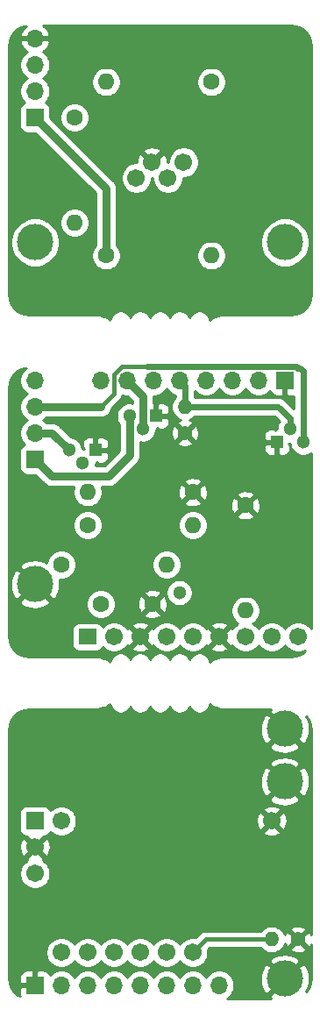
<source format=gbl>
G04 #@! TF.GenerationSoftware,KiCad,Pcbnew,5.1.6*
G04 #@! TF.CreationDate,2021-12-18T09:42:17+01:00*
G04 #@! TF.ProjectId,co2_blep,636f325f-626c-4657-902e-6b696361645f,rev?*
G04 #@! TF.SameCoordinates,Original*
G04 #@! TF.FileFunction,Copper,L2,Bot*
G04 #@! TF.FilePolarity,Positive*
%FSLAX46Y46*%
G04 Gerber Fmt 4.6, Leading zero omitted, Abs format (unit mm)*
G04 Created by KiCad (PCBNEW 5.1.6) date 2021-12-18 09:42:17*
%MOMM*%
%LPD*%
G01*
G04 APERTURE LIST*
G04 #@! TA.AperFunction,ComponentPad*
%ADD10O,1.600000X1.600000*%
G04 #@! TD*
G04 #@! TA.AperFunction,ComponentPad*
%ADD11C,1.600000*%
G04 #@! TD*
G04 #@! TA.AperFunction,ComponentPad*
%ADD12O,1.700000X1.700000*%
G04 #@! TD*
G04 #@! TA.AperFunction,ComponentPad*
%ADD13R,1.700000X1.700000*%
G04 #@! TD*
G04 #@! TA.AperFunction,ComponentPad*
%ADD14R,1.300000X1.300000*%
G04 #@! TD*
G04 #@! TA.AperFunction,ComponentPad*
%ADD15C,1.300000*%
G04 #@! TD*
G04 #@! TA.AperFunction,ComponentPad*
%ADD16C,3.500000*%
G04 #@! TD*
G04 #@! TA.AperFunction,ComponentPad*
%ADD17C,1.701800*%
G04 #@! TD*
G04 #@! TA.AperFunction,ComponentPad*
%ADD18R,1.701800X1.524000*%
G04 #@! TD*
G04 #@! TA.AperFunction,ComponentPad*
%ADD19R,1.701800X1.701800*%
G04 #@! TD*
G04 #@! TA.AperFunction,ComponentPad*
%ADD20O,1.400000X1.400000*%
G04 #@! TD*
G04 #@! TA.AperFunction,ComponentPad*
%ADD21C,1.400000*%
G04 #@! TD*
G04 #@! TA.AperFunction,ViaPad*
%ADD22C,1.300000*%
G04 #@! TD*
G04 #@! TA.AperFunction,Conductor*
%ADD23C,0.600000*%
G04 #@! TD*
G04 #@! TA.AperFunction,Conductor*
%ADD24C,0.400000*%
G04 #@! TD*
G04 #@! TA.AperFunction,Conductor*
%ADD25C,0.800000*%
G04 #@! TD*
G04 #@! TA.AperFunction,Conductor*
%ADD26C,0.254000*%
G04 #@! TD*
G04 APERTURE END LIST*
D10*
X113030000Y-101600000D03*
D11*
X123190000Y-101600000D03*
D12*
X125730000Y-149225000D03*
X123190000Y-149225000D03*
X120650000Y-149225000D03*
X118110000Y-149225000D03*
X115570000Y-149225000D03*
X113030000Y-149225000D03*
X110490000Y-149225000D03*
D13*
X107950000Y-149225000D03*
D14*
X131318000Y-96774000D03*
D15*
X133858000Y-96774000D03*
X132588000Y-95504000D03*
D14*
X119634000Y-94234000D03*
D15*
X117094000Y-94234000D03*
X118364000Y-95504000D03*
D12*
X107950000Y-57785000D03*
X107950000Y-60325000D03*
X107950000Y-62865000D03*
D13*
X107950000Y-65405000D03*
D12*
X107950000Y-90805000D03*
X107950000Y-93345000D03*
X107950000Y-95885000D03*
D13*
X107950000Y-98425000D03*
D16*
X132080000Y-77470000D03*
X132080000Y-148590000D03*
X107950000Y-77470000D03*
D17*
X133350000Y-115570000D03*
X130810000Y-115570000D03*
X128270000Y-115570000D03*
X125730000Y-115570000D03*
X123190000Y-115570000D03*
X120650000Y-115570000D03*
X118110000Y-115570000D03*
X115570000Y-115570000D03*
D18*
X113030000Y-115570000D03*
D17*
X123190000Y-146050000D03*
X120650000Y-146050000D03*
X118110000Y-146050000D03*
X115570000Y-146050000D03*
X113030000Y-146050000D03*
X110490000Y-146050000D03*
X107950000Y-138430000D03*
X107950000Y-135890000D03*
D19*
X107950000Y-133350000D03*
D20*
X130810000Y-144780000D03*
D21*
X133350000Y-144780000D03*
D20*
X122428000Y-93345000D03*
D21*
X122428000Y-95885000D03*
D14*
X113792000Y-97536000D03*
D15*
X111252000Y-97536000D03*
X112522000Y-98806000D03*
D17*
X122301000Y-69723000D03*
X120777000Y-71247000D03*
X119253000Y-69723000D03*
X117729000Y-71247000D03*
D11*
X114300000Y-112395000D03*
X119300000Y-112395000D03*
D17*
X110490000Y-133350000D03*
X130810000Y-133350000D03*
D10*
X123190000Y-104775000D03*
D11*
X113030000Y-104775000D03*
D10*
X120650000Y-108585000D03*
D11*
X110490000Y-108585000D03*
D10*
X114808000Y-61976000D03*
D11*
X124968000Y-61976000D03*
D10*
X111760000Y-75565000D03*
D11*
X111760000Y-65405000D03*
D10*
X124968000Y-78740000D03*
D11*
X114808000Y-78740000D03*
D10*
X128270000Y-113030000D03*
D11*
X128270000Y-102870000D03*
D12*
X114300000Y-90805000D03*
X116840000Y-90805000D03*
X119380000Y-90805000D03*
X121920000Y-90805000D03*
X124460000Y-90805000D03*
X127000000Y-90805000D03*
X129540000Y-90805000D03*
D13*
X132080000Y-90805000D03*
D16*
X132080000Y-124460000D03*
X107950000Y-110490000D03*
X132080000Y-129540000D03*
D22*
X121900000Y-111300000D03*
X128270000Y-99568000D03*
X128300000Y-95300000D03*
X132600000Y-99600000D03*
X119600000Y-99600000D03*
X119600000Y-103200000D03*
X117100000Y-101500000D03*
X132600000Y-104800000D03*
X132600000Y-113000000D03*
X128300000Y-71200000D03*
X107900000Y-71200000D03*
X119700000Y-77400000D03*
D23*
X133858000Y-96774000D02*
X133858000Y-89916000D01*
X133108080Y-89463825D02*
X133030201Y-89449918D01*
X133185345Y-89480777D02*
X133108080Y-89463825D01*
X133309814Y-89605246D02*
X133185345Y-89480777D01*
X133547246Y-89605246D02*
X133309814Y-89605246D01*
X133858000Y-89916000D02*
X133547246Y-89605246D01*
X133261918Y-89500758D02*
X133337655Y-89523733D01*
X133185371Y-89480783D02*
X133261918Y-89500758D01*
X133108102Y-89463830D02*
X133185371Y-89480783D01*
X133030201Y-89449918D02*
X133108102Y-89463830D01*
D24*
X118830082Y-89449918D02*
X118872000Y-89408000D01*
D23*
X133030201Y-89449918D02*
X118830082Y-89449918D01*
D24*
X107950000Y-93345000D02*
X109347000Y-93345000D01*
X115550001Y-90244997D02*
X115550001Y-92094999D01*
X116345080Y-89449918D02*
X115550001Y-90244997D01*
X118830082Y-89449918D02*
X116345080Y-89449918D01*
X114300000Y-93345000D02*
X109347000Y-93345000D01*
X115550001Y-92094999D02*
X114300000Y-93345000D01*
D25*
X107950000Y-93345000D02*
X114300000Y-93345000D01*
X109601000Y-95885000D02*
X107950000Y-95885000D01*
X111252000Y-97536000D02*
X109601000Y-95885000D01*
X114808000Y-72263000D02*
X107950000Y-65405000D01*
X114808000Y-78740000D02*
X114808000Y-72263000D01*
X117094000Y-98044000D02*
X117094000Y-94234000D01*
X115081999Y-100056001D02*
X117094000Y-98044000D01*
X109581001Y-100056001D02*
X115081999Y-100056001D01*
X107950000Y-98425000D02*
X109581001Y-100056001D01*
D23*
X122428000Y-91313000D02*
X121920000Y-90805000D01*
X122428000Y-93345000D02*
X122428000Y-91313000D01*
X132588000Y-95504000D02*
X132588000Y-94488000D01*
X131445000Y-93345000D02*
X122428000Y-93345000D01*
X132588000Y-94488000D02*
X131445000Y-93345000D01*
D25*
X118364000Y-92329000D02*
X118364000Y-95504000D01*
X116840000Y-90805000D02*
X118364000Y-92329000D01*
D24*
X124460000Y-144780000D02*
X123190000Y-146050000D01*
X130810000Y-144780000D02*
X124460000Y-144780000D01*
D26*
G36*
X124893649Y-122113178D02*
G01*
X124943476Y-122146283D01*
X124992832Y-122180078D01*
X125000938Y-122184461D01*
X125329210Y-122359006D01*
X125384511Y-122381799D01*
X125439496Y-122405366D01*
X125448299Y-122408091D01*
X125804222Y-122515551D01*
X125862914Y-122527172D01*
X125921415Y-122539607D01*
X125930576Y-122540570D01*
X125930580Y-122540570D01*
X126300596Y-122576850D01*
X126300598Y-122576850D01*
X126332581Y-122580000D01*
X130704750Y-122580000D01*
X130589997Y-122790391D01*
X132080000Y-124280395D01*
X132094142Y-124266252D01*
X132273748Y-124445858D01*
X132259605Y-124460000D01*
X133749609Y-125950003D01*
X134090766Y-125763927D01*
X134306513Y-125346591D01*
X134436696Y-124895185D01*
X134476313Y-124427054D01*
X134423842Y-123960189D01*
X134281297Y-123512532D01*
X134146029Y-123259463D01*
X134270965Y-123410486D01*
X134445183Y-123732695D01*
X134553502Y-124082614D01*
X134595001Y-124477452D01*
X134595000Y-144297413D01*
X134558935Y-144198634D01*
X134505037Y-144097797D01*
X134271269Y-144038336D01*
X133529605Y-144780000D01*
X134271269Y-145521664D01*
X134505037Y-145462203D01*
X134595000Y-145268769D01*
X134595000Y-148557721D01*
X134556091Y-148954545D01*
X134450220Y-149305206D01*
X134278257Y-149628623D01*
X134140771Y-149797198D01*
X134306513Y-149476591D01*
X134436696Y-149025185D01*
X134476313Y-148557054D01*
X134423842Y-148090189D01*
X134281297Y-147642532D01*
X134090766Y-147286073D01*
X133749609Y-147099997D01*
X132259605Y-148590000D01*
X132273748Y-148604142D01*
X132094142Y-148783748D01*
X132080000Y-148769605D01*
X130589997Y-150259609D01*
X130704750Y-150470000D01*
X126539655Y-150470000D01*
X126676632Y-150378475D01*
X126883475Y-150171632D01*
X127045990Y-149928411D01*
X127157932Y-149658158D01*
X127215000Y-149371260D01*
X127215000Y-149078740D01*
X127157932Y-148791842D01*
X127087974Y-148622946D01*
X129683687Y-148622946D01*
X129736158Y-149089811D01*
X129878703Y-149537468D01*
X130069234Y-149893927D01*
X130410391Y-150080003D01*
X131900395Y-148590000D01*
X130410391Y-147099997D01*
X130069234Y-147286073D01*
X129853487Y-147703409D01*
X129723304Y-148154815D01*
X129683687Y-148622946D01*
X127087974Y-148622946D01*
X127045990Y-148521589D01*
X126883475Y-148278368D01*
X126676632Y-148071525D01*
X126433411Y-147909010D01*
X126163158Y-147797068D01*
X125876260Y-147740000D01*
X125583740Y-147740000D01*
X125296842Y-147797068D01*
X125026589Y-147909010D01*
X124783368Y-148071525D01*
X124576525Y-148278368D01*
X124460000Y-148452760D01*
X124343475Y-148278368D01*
X124136632Y-148071525D01*
X123893411Y-147909010D01*
X123623158Y-147797068D01*
X123336260Y-147740000D01*
X123043740Y-147740000D01*
X122756842Y-147797068D01*
X122486589Y-147909010D01*
X122243368Y-148071525D01*
X122036525Y-148278368D01*
X121920000Y-148452760D01*
X121803475Y-148278368D01*
X121596632Y-148071525D01*
X121353411Y-147909010D01*
X121083158Y-147797068D01*
X120796260Y-147740000D01*
X120503740Y-147740000D01*
X120216842Y-147797068D01*
X119946589Y-147909010D01*
X119703368Y-148071525D01*
X119496525Y-148278368D01*
X119380000Y-148452760D01*
X119263475Y-148278368D01*
X119056632Y-148071525D01*
X118813411Y-147909010D01*
X118543158Y-147797068D01*
X118256260Y-147740000D01*
X117963740Y-147740000D01*
X117676842Y-147797068D01*
X117406589Y-147909010D01*
X117163368Y-148071525D01*
X116956525Y-148278368D01*
X116840000Y-148452760D01*
X116723475Y-148278368D01*
X116516632Y-148071525D01*
X116273411Y-147909010D01*
X116003158Y-147797068D01*
X115716260Y-147740000D01*
X115423740Y-147740000D01*
X115136842Y-147797068D01*
X114866589Y-147909010D01*
X114623368Y-148071525D01*
X114416525Y-148278368D01*
X114300000Y-148452760D01*
X114183475Y-148278368D01*
X113976632Y-148071525D01*
X113733411Y-147909010D01*
X113463158Y-147797068D01*
X113176260Y-147740000D01*
X112883740Y-147740000D01*
X112596842Y-147797068D01*
X112326589Y-147909010D01*
X112083368Y-148071525D01*
X111876525Y-148278368D01*
X111760000Y-148452760D01*
X111643475Y-148278368D01*
X111436632Y-148071525D01*
X111193411Y-147909010D01*
X110923158Y-147797068D01*
X110636260Y-147740000D01*
X110343740Y-147740000D01*
X110056842Y-147797068D01*
X109786589Y-147909010D01*
X109543368Y-148071525D01*
X109411513Y-148203380D01*
X109389502Y-148130820D01*
X109330537Y-148020506D01*
X109251185Y-147923815D01*
X109154494Y-147844463D01*
X109044180Y-147785498D01*
X108924482Y-147749188D01*
X108800000Y-147736928D01*
X108235750Y-147740000D01*
X108077000Y-147898750D01*
X108077000Y-149098000D01*
X108097000Y-149098000D01*
X108097000Y-149352000D01*
X108077000Y-149352000D01*
X108077000Y-149372000D01*
X107823000Y-149372000D01*
X107823000Y-149352000D01*
X106623750Y-149352000D01*
X106465000Y-149510750D01*
X106461928Y-150075000D01*
X106474188Y-150199482D01*
X106495510Y-150269772D01*
X106276377Y-150153257D01*
X105992518Y-149921748D01*
X105759035Y-149639514D01*
X105584816Y-149317304D01*
X105476498Y-148967385D01*
X105435000Y-148572557D01*
X105435000Y-148375000D01*
X106461928Y-148375000D01*
X106465000Y-148939250D01*
X106623750Y-149098000D01*
X107823000Y-149098000D01*
X107823000Y-147898750D01*
X107664250Y-147740000D01*
X107100000Y-147736928D01*
X106975518Y-147749188D01*
X106855820Y-147785498D01*
X106745506Y-147844463D01*
X106648815Y-147923815D01*
X106569463Y-148020506D01*
X106510498Y-148130820D01*
X106474188Y-148250518D01*
X106461928Y-148375000D01*
X105435000Y-148375000D01*
X105435000Y-145903652D01*
X109004100Y-145903652D01*
X109004100Y-146196348D01*
X109061202Y-146483421D01*
X109173212Y-146753838D01*
X109335826Y-146997206D01*
X109542794Y-147204174D01*
X109786162Y-147366788D01*
X110056579Y-147478798D01*
X110343652Y-147535900D01*
X110636348Y-147535900D01*
X110923421Y-147478798D01*
X111193838Y-147366788D01*
X111437206Y-147204174D01*
X111644174Y-146997206D01*
X111760000Y-146823861D01*
X111875826Y-146997206D01*
X112082794Y-147204174D01*
X112326162Y-147366788D01*
X112596579Y-147478798D01*
X112883652Y-147535900D01*
X113176348Y-147535900D01*
X113463421Y-147478798D01*
X113733838Y-147366788D01*
X113977206Y-147204174D01*
X114184174Y-146997206D01*
X114300000Y-146823861D01*
X114415826Y-146997206D01*
X114622794Y-147204174D01*
X114866162Y-147366788D01*
X115136579Y-147478798D01*
X115423652Y-147535900D01*
X115716348Y-147535900D01*
X116003421Y-147478798D01*
X116273838Y-147366788D01*
X116517206Y-147204174D01*
X116724174Y-146997206D01*
X116840000Y-146823861D01*
X116955826Y-146997206D01*
X117162794Y-147204174D01*
X117406162Y-147366788D01*
X117676579Y-147478798D01*
X117963652Y-147535900D01*
X118256348Y-147535900D01*
X118543421Y-147478798D01*
X118813838Y-147366788D01*
X119057206Y-147204174D01*
X119264174Y-146997206D01*
X119380000Y-146823861D01*
X119495826Y-146997206D01*
X119702794Y-147204174D01*
X119946162Y-147366788D01*
X120216579Y-147478798D01*
X120503652Y-147535900D01*
X120796348Y-147535900D01*
X121083421Y-147478798D01*
X121353838Y-147366788D01*
X121597206Y-147204174D01*
X121804174Y-146997206D01*
X121920000Y-146823861D01*
X122035826Y-146997206D01*
X122242794Y-147204174D01*
X122486162Y-147366788D01*
X122756579Y-147478798D01*
X123043652Y-147535900D01*
X123336348Y-147535900D01*
X123623421Y-147478798D01*
X123893838Y-147366788D01*
X124137206Y-147204174D01*
X124344174Y-146997206D01*
X124395500Y-146920391D01*
X130589997Y-146920391D01*
X132080000Y-148410395D01*
X133570003Y-146920391D01*
X133383927Y-146579234D01*
X132966591Y-146363487D01*
X132515185Y-146233304D01*
X132047054Y-146193687D01*
X131580189Y-146246158D01*
X131132532Y-146388703D01*
X130776073Y-146579234D01*
X130589997Y-146920391D01*
X124395500Y-146920391D01*
X124506788Y-146753838D01*
X124618798Y-146483421D01*
X124675900Y-146196348D01*
X124675900Y-145903652D01*
X124649573Y-145771295D01*
X124805868Y-145615000D01*
X129762339Y-145615000D01*
X129773038Y-145631013D01*
X129958987Y-145816962D01*
X130177641Y-145963061D01*
X130420595Y-146063696D01*
X130678514Y-146115000D01*
X130941486Y-146115000D01*
X131199405Y-146063696D01*
X131442359Y-145963061D01*
X131661013Y-145816962D01*
X131776706Y-145701269D01*
X132608336Y-145701269D01*
X132667797Y-145935037D01*
X132906242Y-146045934D01*
X133161740Y-146108183D01*
X133424473Y-146119390D01*
X133684344Y-146079125D01*
X133931366Y-145988935D01*
X134032203Y-145935037D01*
X134091664Y-145701269D01*
X133350000Y-144959605D01*
X132608336Y-145701269D01*
X131776706Y-145701269D01*
X131846962Y-145631013D01*
X131993061Y-145412359D01*
X132081621Y-145198556D01*
X132141065Y-145361366D01*
X132194963Y-145462203D01*
X132428731Y-145521664D01*
X133170395Y-144780000D01*
X132428731Y-144038336D01*
X132194963Y-144097797D01*
X132084066Y-144336242D01*
X132079294Y-144355827D01*
X131993061Y-144147641D01*
X131846962Y-143928987D01*
X131776706Y-143858731D01*
X132608336Y-143858731D01*
X133350000Y-144600395D01*
X134091664Y-143858731D01*
X134032203Y-143624963D01*
X133793758Y-143514066D01*
X133538260Y-143451817D01*
X133275527Y-143440610D01*
X133015656Y-143480875D01*
X132768634Y-143571065D01*
X132667797Y-143624963D01*
X132608336Y-143858731D01*
X131776706Y-143858731D01*
X131661013Y-143743038D01*
X131442359Y-143596939D01*
X131199405Y-143496304D01*
X130941486Y-143445000D01*
X130678514Y-143445000D01*
X130420595Y-143496304D01*
X130177641Y-143596939D01*
X129958987Y-143743038D01*
X129773038Y-143928987D01*
X129762339Y-143945000D01*
X124501015Y-143945000D01*
X124459999Y-143940960D01*
X124418983Y-143945000D01*
X124418981Y-143945000D01*
X124296311Y-143957082D01*
X124138913Y-144004828D01*
X123993854Y-144082364D01*
X123866709Y-144186709D01*
X123840558Y-144218574D01*
X123468705Y-144590427D01*
X123336348Y-144564100D01*
X123043652Y-144564100D01*
X122756579Y-144621202D01*
X122486162Y-144733212D01*
X122242794Y-144895826D01*
X122035826Y-145102794D01*
X121920000Y-145276139D01*
X121804174Y-145102794D01*
X121597206Y-144895826D01*
X121353838Y-144733212D01*
X121083421Y-144621202D01*
X120796348Y-144564100D01*
X120503652Y-144564100D01*
X120216579Y-144621202D01*
X119946162Y-144733212D01*
X119702794Y-144895826D01*
X119495826Y-145102794D01*
X119380000Y-145276139D01*
X119264174Y-145102794D01*
X119057206Y-144895826D01*
X118813838Y-144733212D01*
X118543421Y-144621202D01*
X118256348Y-144564100D01*
X117963652Y-144564100D01*
X117676579Y-144621202D01*
X117406162Y-144733212D01*
X117162794Y-144895826D01*
X116955826Y-145102794D01*
X116840000Y-145276139D01*
X116724174Y-145102794D01*
X116517206Y-144895826D01*
X116273838Y-144733212D01*
X116003421Y-144621202D01*
X115716348Y-144564100D01*
X115423652Y-144564100D01*
X115136579Y-144621202D01*
X114866162Y-144733212D01*
X114622794Y-144895826D01*
X114415826Y-145102794D01*
X114300000Y-145276139D01*
X114184174Y-145102794D01*
X113977206Y-144895826D01*
X113733838Y-144733212D01*
X113463421Y-144621202D01*
X113176348Y-144564100D01*
X112883652Y-144564100D01*
X112596579Y-144621202D01*
X112326162Y-144733212D01*
X112082794Y-144895826D01*
X111875826Y-145102794D01*
X111760000Y-145276139D01*
X111644174Y-145102794D01*
X111437206Y-144895826D01*
X111193838Y-144733212D01*
X110923421Y-144621202D01*
X110636348Y-144564100D01*
X110343652Y-144564100D01*
X110056579Y-144621202D01*
X109786162Y-144733212D01*
X109542794Y-144895826D01*
X109335826Y-145102794D01*
X109173212Y-145346162D01*
X109061202Y-145616579D01*
X109004100Y-145903652D01*
X105435000Y-145903652D01*
X105435000Y-138283652D01*
X106464100Y-138283652D01*
X106464100Y-138576348D01*
X106521202Y-138863421D01*
X106633212Y-139133838D01*
X106795826Y-139377206D01*
X107002794Y-139584174D01*
X107246162Y-139746788D01*
X107516579Y-139858798D01*
X107803652Y-139915900D01*
X108096348Y-139915900D01*
X108383421Y-139858798D01*
X108653838Y-139746788D01*
X108897206Y-139584174D01*
X109104174Y-139377206D01*
X109266788Y-139133838D01*
X109378798Y-138863421D01*
X109435900Y-138576348D01*
X109435900Y-138283652D01*
X109378798Y-137996579D01*
X109266788Y-137726162D01*
X109104174Y-137482794D01*
X108897206Y-137275826D01*
X108724183Y-137160216D01*
X108799435Y-136919040D01*
X107950000Y-136069605D01*
X107100565Y-136919040D01*
X107175817Y-137160216D01*
X107002794Y-137275826D01*
X106795826Y-137482794D01*
X106633212Y-137726162D01*
X106521202Y-137996579D01*
X106464100Y-138283652D01*
X105435000Y-138283652D01*
X105435000Y-135958496D01*
X106458481Y-135958496D01*
X106500503Y-136248161D01*
X106598229Y-136524062D01*
X106671793Y-136661690D01*
X106920960Y-136739435D01*
X107770395Y-135890000D01*
X108129605Y-135890000D01*
X108979040Y-136739435D01*
X109228207Y-136661690D01*
X109354196Y-136397497D01*
X109426223Y-136113801D01*
X109441519Y-135821504D01*
X109399497Y-135531839D01*
X109301771Y-135255938D01*
X109228207Y-135118310D01*
X108979040Y-135040565D01*
X108129605Y-135890000D01*
X107770395Y-135890000D01*
X106920960Y-135040565D01*
X106671793Y-135118310D01*
X106545804Y-135382503D01*
X106473777Y-135666199D01*
X106458481Y-135958496D01*
X105435000Y-135958496D01*
X105435000Y-132499100D01*
X106461028Y-132499100D01*
X106461028Y-134200900D01*
X106473288Y-134325382D01*
X106509598Y-134445080D01*
X106568563Y-134555394D01*
X106647915Y-134652085D01*
X106744606Y-134731437D01*
X106854920Y-134790402D01*
X106974618Y-134826712D01*
X107099100Y-134838972D01*
X107107426Y-134838972D01*
X107100565Y-134860960D01*
X107950000Y-135710395D01*
X108799435Y-134860960D01*
X108792574Y-134838972D01*
X108800900Y-134838972D01*
X108925382Y-134826712D01*
X109045080Y-134790402D01*
X109155394Y-134731437D01*
X109252085Y-134652085D01*
X109331437Y-134555394D01*
X109390402Y-134445080D01*
X109412117Y-134373497D01*
X109542794Y-134504174D01*
X109786162Y-134666788D01*
X110056579Y-134778798D01*
X110343652Y-134835900D01*
X110636348Y-134835900D01*
X110923421Y-134778798D01*
X111193838Y-134666788D01*
X111437206Y-134504174D01*
X111562340Y-134379040D01*
X129960565Y-134379040D01*
X130038310Y-134628207D01*
X130302503Y-134754196D01*
X130586199Y-134826223D01*
X130878496Y-134841519D01*
X131168161Y-134799497D01*
X131444062Y-134701771D01*
X131581690Y-134628207D01*
X131659435Y-134379040D01*
X130810000Y-133529605D01*
X129960565Y-134379040D01*
X111562340Y-134379040D01*
X111644174Y-134297206D01*
X111806788Y-134053838D01*
X111918798Y-133783421D01*
X111975900Y-133496348D01*
X111975900Y-133418496D01*
X129318481Y-133418496D01*
X129360503Y-133708161D01*
X129458229Y-133984062D01*
X129531793Y-134121690D01*
X129780960Y-134199435D01*
X130630395Y-133350000D01*
X130989605Y-133350000D01*
X131839040Y-134199435D01*
X132088207Y-134121690D01*
X132214196Y-133857497D01*
X132286223Y-133573801D01*
X132301519Y-133281504D01*
X132259497Y-132991839D01*
X132161771Y-132715938D01*
X132088207Y-132578310D01*
X131839040Y-132500565D01*
X130989605Y-133350000D01*
X130630395Y-133350000D01*
X129780960Y-132500565D01*
X129531793Y-132578310D01*
X129405804Y-132842503D01*
X129333777Y-133126199D01*
X129318481Y-133418496D01*
X111975900Y-133418496D01*
X111975900Y-133203652D01*
X111918798Y-132916579D01*
X111806788Y-132646162D01*
X111644174Y-132402794D01*
X111562340Y-132320960D01*
X129960565Y-132320960D01*
X130810000Y-133170395D01*
X131659435Y-132320960D01*
X131581690Y-132071793D01*
X131317497Y-131945804D01*
X131033801Y-131873777D01*
X130741504Y-131858481D01*
X130451839Y-131900503D01*
X130175938Y-131998229D01*
X130038310Y-132071793D01*
X129960565Y-132320960D01*
X111562340Y-132320960D01*
X111437206Y-132195826D01*
X111193838Y-132033212D01*
X110923421Y-131921202D01*
X110636348Y-131864100D01*
X110343652Y-131864100D01*
X110056579Y-131921202D01*
X109786162Y-132033212D01*
X109542794Y-132195826D01*
X109412117Y-132326503D01*
X109390402Y-132254920D01*
X109331437Y-132144606D01*
X109252085Y-132047915D01*
X109155394Y-131968563D01*
X109045080Y-131909598D01*
X108925382Y-131873288D01*
X108800900Y-131861028D01*
X107099100Y-131861028D01*
X106974618Y-131873288D01*
X106854920Y-131909598D01*
X106744606Y-131968563D01*
X106647915Y-132047915D01*
X106568563Y-132144606D01*
X106509598Y-132254920D01*
X106473288Y-132374618D01*
X106461028Y-132499100D01*
X105435000Y-132499100D01*
X105435000Y-131209609D01*
X130589997Y-131209609D01*
X130776073Y-131550766D01*
X131193409Y-131766513D01*
X131644815Y-131896696D01*
X132112946Y-131936313D01*
X132579811Y-131883842D01*
X133027468Y-131741297D01*
X133383927Y-131550766D01*
X133570003Y-131209609D01*
X132080000Y-129719605D01*
X130589997Y-131209609D01*
X105435000Y-131209609D01*
X105435000Y-129572946D01*
X129683687Y-129572946D01*
X129736158Y-130039811D01*
X129878703Y-130487468D01*
X130069234Y-130843927D01*
X130410391Y-131030003D01*
X131900395Y-129540000D01*
X132259605Y-129540000D01*
X133749609Y-131030003D01*
X134090766Y-130843927D01*
X134306513Y-130426591D01*
X134436696Y-129975185D01*
X134476313Y-129507054D01*
X134423842Y-129040189D01*
X134281297Y-128592532D01*
X134090766Y-128236073D01*
X133749609Y-128049997D01*
X132259605Y-129540000D01*
X131900395Y-129540000D01*
X130410391Y-128049997D01*
X130069234Y-128236073D01*
X129853487Y-128653409D01*
X129723304Y-129104815D01*
X129683687Y-129572946D01*
X105435000Y-129572946D01*
X105435000Y-127870391D01*
X130589997Y-127870391D01*
X132080000Y-129360395D01*
X133570003Y-127870391D01*
X133383927Y-127529234D01*
X132966591Y-127313487D01*
X132515185Y-127183304D01*
X132047054Y-127143687D01*
X131580189Y-127196158D01*
X131132532Y-127338703D01*
X130776073Y-127529234D01*
X130589997Y-127870391D01*
X105435000Y-127870391D01*
X105435000Y-126129609D01*
X130589997Y-126129609D01*
X130776073Y-126470766D01*
X131193409Y-126686513D01*
X131644815Y-126816696D01*
X132112946Y-126856313D01*
X132579811Y-126803842D01*
X133027468Y-126661297D01*
X133383927Y-126470766D01*
X133570003Y-126129609D01*
X132080000Y-124639605D01*
X130589997Y-126129609D01*
X105435000Y-126129609D01*
X105435000Y-124492946D01*
X129683687Y-124492946D01*
X129736158Y-124959811D01*
X129878703Y-125407468D01*
X130069234Y-125763927D01*
X130410391Y-125950003D01*
X131900395Y-124460000D01*
X130410391Y-122969997D01*
X130069234Y-123156073D01*
X129853487Y-123573409D01*
X129723304Y-124024815D01*
X129683687Y-124492946D01*
X105435000Y-124492946D01*
X105435000Y-124492279D01*
X105473909Y-124095455D01*
X105579780Y-123744792D01*
X105751744Y-123421375D01*
X105983254Y-123137516D01*
X106265486Y-122904035D01*
X106587695Y-122729817D01*
X106937614Y-122621498D01*
X107332443Y-122580000D01*
X113697419Y-122580000D01*
X113726301Y-122577155D01*
X113738117Y-122577238D01*
X113747288Y-122576338D01*
X114117043Y-122537475D01*
X114175636Y-122525447D01*
X114234399Y-122514238D01*
X114243221Y-122511575D01*
X114598385Y-122401633D01*
X114653536Y-122378449D01*
X114708992Y-122356044D01*
X114717128Y-122351717D01*
X115044173Y-122174886D01*
X115093774Y-122141430D01*
X115143821Y-122108680D01*
X115150962Y-122102855D01*
X115181131Y-122077897D01*
X115209774Y-122221898D01*
X115287795Y-122410256D01*
X115401063Y-122579774D01*
X115545226Y-122723937D01*
X115714744Y-122837205D01*
X115903102Y-122915226D01*
X116103061Y-122955000D01*
X116306939Y-122955000D01*
X116506898Y-122915226D01*
X116695256Y-122837205D01*
X116864774Y-122723937D01*
X117008937Y-122579774D01*
X117122205Y-122410256D01*
X117157500Y-122325047D01*
X117192795Y-122410256D01*
X117306063Y-122579774D01*
X117450226Y-122723937D01*
X117619744Y-122837205D01*
X117808102Y-122915226D01*
X118008061Y-122955000D01*
X118211939Y-122955000D01*
X118411898Y-122915226D01*
X118600256Y-122837205D01*
X118769774Y-122723937D01*
X118913937Y-122579774D01*
X119027205Y-122410256D01*
X119062500Y-122325047D01*
X119097795Y-122410256D01*
X119211063Y-122579774D01*
X119355226Y-122723937D01*
X119524744Y-122837205D01*
X119713102Y-122915226D01*
X119913061Y-122955000D01*
X120116939Y-122955000D01*
X120316898Y-122915226D01*
X120505256Y-122837205D01*
X120674774Y-122723937D01*
X120818937Y-122579774D01*
X120932205Y-122410256D01*
X120967500Y-122325047D01*
X121002795Y-122410256D01*
X121116063Y-122579774D01*
X121260226Y-122723937D01*
X121429744Y-122837205D01*
X121618102Y-122915226D01*
X121818061Y-122955000D01*
X122021939Y-122955000D01*
X122221898Y-122915226D01*
X122410256Y-122837205D01*
X122579774Y-122723937D01*
X122723937Y-122579774D01*
X122837205Y-122410256D01*
X122872500Y-122325047D01*
X122907795Y-122410256D01*
X123021063Y-122579774D01*
X123165226Y-122723937D01*
X123334744Y-122837205D01*
X123523102Y-122915226D01*
X123723061Y-122955000D01*
X123926939Y-122955000D01*
X124126898Y-122915226D01*
X124315256Y-122837205D01*
X124484774Y-122723937D01*
X124628937Y-122579774D01*
X124742205Y-122410256D01*
X124820226Y-122221898D01*
X124849082Y-122076830D01*
X124893649Y-122113178D01*
G37*
X124893649Y-122113178D02*
X124943476Y-122146283D01*
X124992832Y-122180078D01*
X125000938Y-122184461D01*
X125329210Y-122359006D01*
X125384511Y-122381799D01*
X125439496Y-122405366D01*
X125448299Y-122408091D01*
X125804222Y-122515551D01*
X125862914Y-122527172D01*
X125921415Y-122539607D01*
X125930576Y-122540570D01*
X125930580Y-122540570D01*
X126300596Y-122576850D01*
X126300598Y-122576850D01*
X126332581Y-122580000D01*
X130704750Y-122580000D01*
X130589997Y-122790391D01*
X132080000Y-124280395D01*
X132094142Y-124266252D01*
X132273748Y-124445858D01*
X132259605Y-124460000D01*
X133749609Y-125950003D01*
X134090766Y-125763927D01*
X134306513Y-125346591D01*
X134436696Y-124895185D01*
X134476313Y-124427054D01*
X134423842Y-123960189D01*
X134281297Y-123512532D01*
X134146029Y-123259463D01*
X134270965Y-123410486D01*
X134445183Y-123732695D01*
X134553502Y-124082614D01*
X134595001Y-124477452D01*
X134595000Y-144297413D01*
X134558935Y-144198634D01*
X134505037Y-144097797D01*
X134271269Y-144038336D01*
X133529605Y-144780000D01*
X134271269Y-145521664D01*
X134505037Y-145462203D01*
X134595000Y-145268769D01*
X134595000Y-148557721D01*
X134556091Y-148954545D01*
X134450220Y-149305206D01*
X134278257Y-149628623D01*
X134140771Y-149797198D01*
X134306513Y-149476591D01*
X134436696Y-149025185D01*
X134476313Y-148557054D01*
X134423842Y-148090189D01*
X134281297Y-147642532D01*
X134090766Y-147286073D01*
X133749609Y-147099997D01*
X132259605Y-148590000D01*
X132273748Y-148604142D01*
X132094142Y-148783748D01*
X132080000Y-148769605D01*
X130589997Y-150259609D01*
X130704750Y-150470000D01*
X126539655Y-150470000D01*
X126676632Y-150378475D01*
X126883475Y-150171632D01*
X127045990Y-149928411D01*
X127157932Y-149658158D01*
X127215000Y-149371260D01*
X127215000Y-149078740D01*
X127157932Y-148791842D01*
X127087974Y-148622946D01*
X129683687Y-148622946D01*
X129736158Y-149089811D01*
X129878703Y-149537468D01*
X130069234Y-149893927D01*
X130410391Y-150080003D01*
X131900395Y-148590000D01*
X130410391Y-147099997D01*
X130069234Y-147286073D01*
X129853487Y-147703409D01*
X129723304Y-148154815D01*
X129683687Y-148622946D01*
X127087974Y-148622946D01*
X127045990Y-148521589D01*
X126883475Y-148278368D01*
X126676632Y-148071525D01*
X126433411Y-147909010D01*
X126163158Y-147797068D01*
X125876260Y-147740000D01*
X125583740Y-147740000D01*
X125296842Y-147797068D01*
X125026589Y-147909010D01*
X124783368Y-148071525D01*
X124576525Y-148278368D01*
X124460000Y-148452760D01*
X124343475Y-148278368D01*
X124136632Y-148071525D01*
X123893411Y-147909010D01*
X123623158Y-147797068D01*
X123336260Y-147740000D01*
X123043740Y-147740000D01*
X122756842Y-147797068D01*
X122486589Y-147909010D01*
X122243368Y-148071525D01*
X122036525Y-148278368D01*
X121920000Y-148452760D01*
X121803475Y-148278368D01*
X121596632Y-148071525D01*
X121353411Y-147909010D01*
X121083158Y-147797068D01*
X120796260Y-147740000D01*
X120503740Y-147740000D01*
X120216842Y-147797068D01*
X119946589Y-147909010D01*
X119703368Y-148071525D01*
X119496525Y-148278368D01*
X119380000Y-148452760D01*
X119263475Y-148278368D01*
X119056632Y-148071525D01*
X118813411Y-147909010D01*
X118543158Y-147797068D01*
X118256260Y-147740000D01*
X117963740Y-147740000D01*
X117676842Y-147797068D01*
X117406589Y-147909010D01*
X117163368Y-148071525D01*
X116956525Y-148278368D01*
X116840000Y-148452760D01*
X116723475Y-148278368D01*
X116516632Y-148071525D01*
X116273411Y-147909010D01*
X116003158Y-147797068D01*
X115716260Y-147740000D01*
X115423740Y-147740000D01*
X115136842Y-147797068D01*
X114866589Y-147909010D01*
X114623368Y-148071525D01*
X114416525Y-148278368D01*
X114300000Y-148452760D01*
X114183475Y-148278368D01*
X113976632Y-148071525D01*
X113733411Y-147909010D01*
X113463158Y-147797068D01*
X113176260Y-147740000D01*
X112883740Y-147740000D01*
X112596842Y-147797068D01*
X112326589Y-147909010D01*
X112083368Y-148071525D01*
X111876525Y-148278368D01*
X111760000Y-148452760D01*
X111643475Y-148278368D01*
X111436632Y-148071525D01*
X111193411Y-147909010D01*
X110923158Y-147797068D01*
X110636260Y-147740000D01*
X110343740Y-147740000D01*
X110056842Y-147797068D01*
X109786589Y-147909010D01*
X109543368Y-148071525D01*
X109411513Y-148203380D01*
X109389502Y-148130820D01*
X109330537Y-148020506D01*
X109251185Y-147923815D01*
X109154494Y-147844463D01*
X109044180Y-147785498D01*
X108924482Y-147749188D01*
X108800000Y-147736928D01*
X108235750Y-147740000D01*
X108077000Y-147898750D01*
X108077000Y-149098000D01*
X108097000Y-149098000D01*
X108097000Y-149352000D01*
X108077000Y-149352000D01*
X108077000Y-149372000D01*
X107823000Y-149372000D01*
X107823000Y-149352000D01*
X106623750Y-149352000D01*
X106465000Y-149510750D01*
X106461928Y-150075000D01*
X106474188Y-150199482D01*
X106495510Y-150269772D01*
X106276377Y-150153257D01*
X105992518Y-149921748D01*
X105759035Y-149639514D01*
X105584816Y-149317304D01*
X105476498Y-148967385D01*
X105435000Y-148572557D01*
X105435000Y-148375000D01*
X106461928Y-148375000D01*
X106465000Y-148939250D01*
X106623750Y-149098000D01*
X107823000Y-149098000D01*
X107823000Y-147898750D01*
X107664250Y-147740000D01*
X107100000Y-147736928D01*
X106975518Y-147749188D01*
X106855820Y-147785498D01*
X106745506Y-147844463D01*
X106648815Y-147923815D01*
X106569463Y-148020506D01*
X106510498Y-148130820D01*
X106474188Y-148250518D01*
X106461928Y-148375000D01*
X105435000Y-148375000D01*
X105435000Y-145903652D01*
X109004100Y-145903652D01*
X109004100Y-146196348D01*
X109061202Y-146483421D01*
X109173212Y-146753838D01*
X109335826Y-146997206D01*
X109542794Y-147204174D01*
X109786162Y-147366788D01*
X110056579Y-147478798D01*
X110343652Y-147535900D01*
X110636348Y-147535900D01*
X110923421Y-147478798D01*
X111193838Y-147366788D01*
X111437206Y-147204174D01*
X111644174Y-146997206D01*
X111760000Y-146823861D01*
X111875826Y-146997206D01*
X112082794Y-147204174D01*
X112326162Y-147366788D01*
X112596579Y-147478798D01*
X112883652Y-147535900D01*
X113176348Y-147535900D01*
X113463421Y-147478798D01*
X113733838Y-147366788D01*
X113977206Y-147204174D01*
X114184174Y-146997206D01*
X114300000Y-146823861D01*
X114415826Y-146997206D01*
X114622794Y-147204174D01*
X114866162Y-147366788D01*
X115136579Y-147478798D01*
X115423652Y-147535900D01*
X115716348Y-147535900D01*
X116003421Y-147478798D01*
X116273838Y-147366788D01*
X116517206Y-147204174D01*
X116724174Y-146997206D01*
X116840000Y-146823861D01*
X116955826Y-146997206D01*
X117162794Y-147204174D01*
X117406162Y-147366788D01*
X117676579Y-147478798D01*
X117963652Y-147535900D01*
X118256348Y-147535900D01*
X118543421Y-147478798D01*
X118813838Y-147366788D01*
X119057206Y-147204174D01*
X119264174Y-146997206D01*
X119380000Y-146823861D01*
X119495826Y-146997206D01*
X119702794Y-147204174D01*
X119946162Y-147366788D01*
X120216579Y-147478798D01*
X120503652Y-147535900D01*
X120796348Y-147535900D01*
X121083421Y-147478798D01*
X121353838Y-147366788D01*
X121597206Y-147204174D01*
X121804174Y-146997206D01*
X121920000Y-146823861D01*
X122035826Y-146997206D01*
X122242794Y-147204174D01*
X122486162Y-147366788D01*
X122756579Y-147478798D01*
X123043652Y-147535900D01*
X123336348Y-147535900D01*
X123623421Y-147478798D01*
X123893838Y-147366788D01*
X124137206Y-147204174D01*
X124344174Y-146997206D01*
X124395500Y-146920391D01*
X130589997Y-146920391D01*
X132080000Y-148410395D01*
X133570003Y-146920391D01*
X133383927Y-146579234D01*
X132966591Y-146363487D01*
X132515185Y-146233304D01*
X132047054Y-146193687D01*
X131580189Y-146246158D01*
X131132532Y-146388703D01*
X130776073Y-146579234D01*
X130589997Y-146920391D01*
X124395500Y-146920391D01*
X124506788Y-146753838D01*
X124618798Y-146483421D01*
X124675900Y-146196348D01*
X124675900Y-145903652D01*
X124649573Y-145771295D01*
X124805868Y-145615000D01*
X129762339Y-145615000D01*
X129773038Y-145631013D01*
X129958987Y-145816962D01*
X130177641Y-145963061D01*
X130420595Y-146063696D01*
X130678514Y-146115000D01*
X130941486Y-146115000D01*
X131199405Y-146063696D01*
X131442359Y-145963061D01*
X131661013Y-145816962D01*
X131776706Y-145701269D01*
X132608336Y-145701269D01*
X132667797Y-145935037D01*
X132906242Y-146045934D01*
X133161740Y-146108183D01*
X133424473Y-146119390D01*
X133684344Y-146079125D01*
X133931366Y-145988935D01*
X134032203Y-145935037D01*
X134091664Y-145701269D01*
X133350000Y-144959605D01*
X132608336Y-145701269D01*
X131776706Y-145701269D01*
X131846962Y-145631013D01*
X131993061Y-145412359D01*
X132081621Y-145198556D01*
X132141065Y-145361366D01*
X132194963Y-145462203D01*
X132428731Y-145521664D01*
X133170395Y-144780000D01*
X132428731Y-144038336D01*
X132194963Y-144097797D01*
X132084066Y-144336242D01*
X132079294Y-144355827D01*
X131993061Y-144147641D01*
X131846962Y-143928987D01*
X131776706Y-143858731D01*
X132608336Y-143858731D01*
X133350000Y-144600395D01*
X134091664Y-143858731D01*
X134032203Y-143624963D01*
X133793758Y-143514066D01*
X133538260Y-143451817D01*
X133275527Y-143440610D01*
X133015656Y-143480875D01*
X132768634Y-143571065D01*
X132667797Y-143624963D01*
X132608336Y-143858731D01*
X131776706Y-143858731D01*
X131661013Y-143743038D01*
X131442359Y-143596939D01*
X131199405Y-143496304D01*
X130941486Y-143445000D01*
X130678514Y-143445000D01*
X130420595Y-143496304D01*
X130177641Y-143596939D01*
X129958987Y-143743038D01*
X129773038Y-143928987D01*
X129762339Y-143945000D01*
X124501015Y-143945000D01*
X124459999Y-143940960D01*
X124418983Y-143945000D01*
X124418981Y-143945000D01*
X124296311Y-143957082D01*
X124138913Y-144004828D01*
X123993854Y-144082364D01*
X123866709Y-144186709D01*
X123840558Y-144218574D01*
X123468705Y-144590427D01*
X123336348Y-144564100D01*
X123043652Y-144564100D01*
X122756579Y-144621202D01*
X122486162Y-144733212D01*
X122242794Y-144895826D01*
X122035826Y-145102794D01*
X121920000Y-145276139D01*
X121804174Y-145102794D01*
X121597206Y-144895826D01*
X121353838Y-144733212D01*
X121083421Y-144621202D01*
X120796348Y-144564100D01*
X120503652Y-144564100D01*
X120216579Y-144621202D01*
X119946162Y-144733212D01*
X119702794Y-144895826D01*
X119495826Y-145102794D01*
X119380000Y-145276139D01*
X119264174Y-145102794D01*
X119057206Y-144895826D01*
X118813838Y-144733212D01*
X118543421Y-144621202D01*
X118256348Y-144564100D01*
X117963652Y-144564100D01*
X117676579Y-144621202D01*
X117406162Y-144733212D01*
X117162794Y-144895826D01*
X116955826Y-145102794D01*
X116840000Y-145276139D01*
X116724174Y-145102794D01*
X116517206Y-144895826D01*
X116273838Y-144733212D01*
X116003421Y-144621202D01*
X115716348Y-144564100D01*
X115423652Y-144564100D01*
X115136579Y-144621202D01*
X114866162Y-144733212D01*
X114622794Y-144895826D01*
X114415826Y-145102794D01*
X114300000Y-145276139D01*
X114184174Y-145102794D01*
X113977206Y-144895826D01*
X113733838Y-144733212D01*
X113463421Y-144621202D01*
X113176348Y-144564100D01*
X112883652Y-144564100D01*
X112596579Y-144621202D01*
X112326162Y-144733212D01*
X112082794Y-144895826D01*
X111875826Y-145102794D01*
X111760000Y-145276139D01*
X111644174Y-145102794D01*
X111437206Y-144895826D01*
X111193838Y-144733212D01*
X110923421Y-144621202D01*
X110636348Y-144564100D01*
X110343652Y-144564100D01*
X110056579Y-144621202D01*
X109786162Y-144733212D01*
X109542794Y-144895826D01*
X109335826Y-145102794D01*
X109173212Y-145346162D01*
X109061202Y-145616579D01*
X109004100Y-145903652D01*
X105435000Y-145903652D01*
X105435000Y-138283652D01*
X106464100Y-138283652D01*
X106464100Y-138576348D01*
X106521202Y-138863421D01*
X106633212Y-139133838D01*
X106795826Y-139377206D01*
X107002794Y-139584174D01*
X107246162Y-139746788D01*
X107516579Y-139858798D01*
X107803652Y-139915900D01*
X108096348Y-139915900D01*
X108383421Y-139858798D01*
X108653838Y-139746788D01*
X108897206Y-139584174D01*
X109104174Y-139377206D01*
X109266788Y-139133838D01*
X109378798Y-138863421D01*
X109435900Y-138576348D01*
X109435900Y-138283652D01*
X109378798Y-137996579D01*
X109266788Y-137726162D01*
X109104174Y-137482794D01*
X108897206Y-137275826D01*
X108724183Y-137160216D01*
X108799435Y-136919040D01*
X107950000Y-136069605D01*
X107100565Y-136919040D01*
X107175817Y-137160216D01*
X107002794Y-137275826D01*
X106795826Y-137482794D01*
X106633212Y-137726162D01*
X106521202Y-137996579D01*
X106464100Y-138283652D01*
X105435000Y-138283652D01*
X105435000Y-135958496D01*
X106458481Y-135958496D01*
X106500503Y-136248161D01*
X106598229Y-136524062D01*
X106671793Y-136661690D01*
X106920960Y-136739435D01*
X107770395Y-135890000D01*
X108129605Y-135890000D01*
X108979040Y-136739435D01*
X109228207Y-136661690D01*
X109354196Y-136397497D01*
X109426223Y-136113801D01*
X109441519Y-135821504D01*
X109399497Y-135531839D01*
X109301771Y-135255938D01*
X109228207Y-135118310D01*
X108979040Y-135040565D01*
X108129605Y-135890000D01*
X107770395Y-135890000D01*
X106920960Y-135040565D01*
X106671793Y-135118310D01*
X106545804Y-135382503D01*
X106473777Y-135666199D01*
X106458481Y-135958496D01*
X105435000Y-135958496D01*
X105435000Y-132499100D01*
X106461028Y-132499100D01*
X106461028Y-134200900D01*
X106473288Y-134325382D01*
X106509598Y-134445080D01*
X106568563Y-134555394D01*
X106647915Y-134652085D01*
X106744606Y-134731437D01*
X106854920Y-134790402D01*
X106974618Y-134826712D01*
X107099100Y-134838972D01*
X107107426Y-134838972D01*
X107100565Y-134860960D01*
X107950000Y-135710395D01*
X108799435Y-134860960D01*
X108792574Y-134838972D01*
X108800900Y-134838972D01*
X108925382Y-134826712D01*
X109045080Y-134790402D01*
X109155394Y-134731437D01*
X109252085Y-134652085D01*
X109331437Y-134555394D01*
X109390402Y-134445080D01*
X109412117Y-134373497D01*
X109542794Y-134504174D01*
X109786162Y-134666788D01*
X110056579Y-134778798D01*
X110343652Y-134835900D01*
X110636348Y-134835900D01*
X110923421Y-134778798D01*
X111193838Y-134666788D01*
X111437206Y-134504174D01*
X111562340Y-134379040D01*
X129960565Y-134379040D01*
X130038310Y-134628207D01*
X130302503Y-134754196D01*
X130586199Y-134826223D01*
X130878496Y-134841519D01*
X131168161Y-134799497D01*
X131444062Y-134701771D01*
X131581690Y-134628207D01*
X131659435Y-134379040D01*
X130810000Y-133529605D01*
X129960565Y-134379040D01*
X111562340Y-134379040D01*
X111644174Y-134297206D01*
X111806788Y-134053838D01*
X111918798Y-133783421D01*
X111975900Y-133496348D01*
X111975900Y-133418496D01*
X129318481Y-133418496D01*
X129360503Y-133708161D01*
X129458229Y-133984062D01*
X129531793Y-134121690D01*
X129780960Y-134199435D01*
X130630395Y-133350000D01*
X130989605Y-133350000D01*
X131839040Y-134199435D01*
X132088207Y-134121690D01*
X132214196Y-133857497D01*
X132286223Y-133573801D01*
X132301519Y-133281504D01*
X132259497Y-132991839D01*
X132161771Y-132715938D01*
X132088207Y-132578310D01*
X131839040Y-132500565D01*
X130989605Y-133350000D01*
X130630395Y-133350000D01*
X129780960Y-132500565D01*
X129531793Y-132578310D01*
X129405804Y-132842503D01*
X129333777Y-133126199D01*
X129318481Y-133418496D01*
X111975900Y-133418496D01*
X111975900Y-133203652D01*
X111918798Y-132916579D01*
X111806788Y-132646162D01*
X111644174Y-132402794D01*
X111562340Y-132320960D01*
X129960565Y-132320960D01*
X130810000Y-133170395D01*
X131659435Y-132320960D01*
X131581690Y-132071793D01*
X131317497Y-131945804D01*
X131033801Y-131873777D01*
X130741504Y-131858481D01*
X130451839Y-131900503D01*
X130175938Y-131998229D01*
X130038310Y-132071793D01*
X129960565Y-132320960D01*
X111562340Y-132320960D01*
X111437206Y-132195826D01*
X111193838Y-132033212D01*
X110923421Y-131921202D01*
X110636348Y-131864100D01*
X110343652Y-131864100D01*
X110056579Y-131921202D01*
X109786162Y-132033212D01*
X109542794Y-132195826D01*
X109412117Y-132326503D01*
X109390402Y-132254920D01*
X109331437Y-132144606D01*
X109252085Y-132047915D01*
X109155394Y-131968563D01*
X109045080Y-131909598D01*
X108925382Y-131873288D01*
X108800900Y-131861028D01*
X107099100Y-131861028D01*
X106974618Y-131873288D01*
X106854920Y-131909598D01*
X106744606Y-131968563D01*
X106647915Y-132047915D01*
X106568563Y-132144606D01*
X106509598Y-132254920D01*
X106473288Y-132374618D01*
X106461028Y-132499100D01*
X105435000Y-132499100D01*
X105435000Y-131209609D01*
X130589997Y-131209609D01*
X130776073Y-131550766D01*
X131193409Y-131766513D01*
X131644815Y-131896696D01*
X132112946Y-131936313D01*
X132579811Y-131883842D01*
X133027468Y-131741297D01*
X133383927Y-131550766D01*
X133570003Y-131209609D01*
X132080000Y-129719605D01*
X130589997Y-131209609D01*
X105435000Y-131209609D01*
X105435000Y-129572946D01*
X129683687Y-129572946D01*
X129736158Y-130039811D01*
X129878703Y-130487468D01*
X130069234Y-130843927D01*
X130410391Y-131030003D01*
X131900395Y-129540000D01*
X132259605Y-129540000D01*
X133749609Y-131030003D01*
X134090766Y-130843927D01*
X134306513Y-130426591D01*
X134436696Y-129975185D01*
X134476313Y-129507054D01*
X134423842Y-129040189D01*
X134281297Y-128592532D01*
X134090766Y-128236073D01*
X133749609Y-128049997D01*
X132259605Y-129540000D01*
X131900395Y-129540000D01*
X130410391Y-128049997D01*
X130069234Y-128236073D01*
X129853487Y-128653409D01*
X129723304Y-129104815D01*
X129683687Y-129572946D01*
X105435000Y-129572946D01*
X105435000Y-127870391D01*
X130589997Y-127870391D01*
X132080000Y-129360395D01*
X133570003Y-127870391D01*
X133383927Y-127529234D01*
X132966591Y-127313487D01*
X132515185Y-127183304D01*
X132047054Y-127143687D01*
X131580189Y-127196158D01*
X131132532Y-127338703D01*
X130776073Y-127529234D01*
X130589997Y-127870391D01*
X105435000Y-127870391D01*
X105435000Y-126129609D01*
X130589997Y-126129609D01*
X130776073Y-126470766D01*
X131193409Y-126686513D01*
X131644815Y-126816696D01*
X132112946Y-126856313D01*
X132579811Y-126803842D01*
X133027468Y-126661297D01*
X133383927Y-126470766D01*
X133570003Y-126129609D01*
X132080000Y-124639605D01*
X130589997Y-126129609D01*
X105435000Y-126129609D01*
X105435000Y-124492946D01*
X129683687Y-124492946D01*
X129736158Y-124959811D01*
X129878703Y-125407468D01*
X130069234Y-125763927D01*
X130410391Y-125950003D01*
X131900395Y-124460000D01*
X130410391Y-122969997D01*
X130069234Y-123156073D01*
X129853487Y-123573409D01*
X129723304Y-124024815D01*
X129683687Y-124492946D01*
X105435000Y-124492946D01*
X105435000Y-124492279D01*
X105473909Y-124095455D01*
X105579780Y-123744792D01*
X105751744Y-123421375D01*
X105983254Y-123137516D01*
X106265486Y-122904035D01*
X106587695Y-122729817D01*
X106937614Y-122621498D01*
X107332443Y-122580000D01*
X113697419Y-122580000D01*
X113726301Y-122577155D01*
X113738117Y-122577238D01*
X113747288Y-122576338D01*
X114117043Y-122537475D01*
X114175636Y-122525447D01*
X114234399Y-122514238D01*
X114243221Y-122511575D01*
X114598385Y-122401633D01*
X114653536Y-122378449D01*
X114708992Y-122356044D01*
X114717128Y-122351717D01*
X115044173Y-122174886D01*
X115093774Y-122141430D01*
X115143821Y-122108680D01*
X115150962Y-122102855D01*
X115181131Y-122077897D01*
X115209774Y-122221898D01*
X115287795Y-122410256D01*
X115401063Y-122579774D01*
X115545226Y-122723937D01*
X115714744Y-122837205D01*
X115903102Y-122915226D01*
X116103061Y-122955000D01*
X116306939Y-122955000D01*
X116506898Y-122915226D01*
X116695256Y-122837205D01*
X116864774Y-122723937D01*
X117008937Y-122579774D01*
X117122205Y-122410256D01*
X117157500Y-122325047D01*
X117192795Y-122410256D01*
X117306063Y-122579774D01*
X117450226Y-122723937D01*
X117619744Y-122837205D01*
X117808102Y-122915226D01*
X118008061Y-122955000D01*
X118211939Y-122955000D01*
X118411898Y-122915226D01*
X118600256Y-122837205D01*
X118769774Y-122723937D01*
X118913937Y-122579774D01*
X119027205Y-122410256D01*
X119062500Y-122325047D01*
X119097795Y-122410256D01*
X119211063Y-122579774D01*
X119355226Y-122723937D01*
X119524744Y-122837205D01*
X119713102Y-122915226D01*
X119913061Y-122955000D01*
X120116939Y-122955000D01*
X120316898Y-122915226D01*
X120505256Y-122837205D01*
X120674774Y-122723937D01*
X120818937Y-122579774D01*
X120932205Y-122410256D01*
X120967500Y-122325047D01*
X121002795Y-122410256D01*
X121116063Y-122579774D01*
X121260226Y-122723937D01*
X121429744Y-122837205D01*
X121618102Y-122915226D01*
X121818061Y-122955000D01*
X122021939Y-122955000D01*
X122221898Y-122915226D01*
X122410256Y-122837205D01*
X122579774Y-122723937D01*
X122723937Y-122579774D01*
X122837205Y-122410256D01*
X122872500Y-122325047D01*
X122907795Y-122410256D01*
X123021063Y-122579774D01*
X123165226Y-122723937D01*
X123334744Y-122837205D01*
X123523102Y-122915226D01*
X123723061Y-122955000D01*
X123926939Y-122955000D01*
X124126898Y-122915226D01*
X124315256Y-122837205D01*
X124484774Y-122723937D01*
X124628937Y-122579774D01*
X124742205Y-122410256D01*
X124820226Y-122221898D01*
X124849082Y-122076830D01*
X124893649Y-122113178D01*
G36*
X107003368Y-89651525D02*
G01*
X106796525Y-89858368D01*
X106634010Y-90101589D01*
X106522068Y-90371842D01*
X106465000Y-90658740D01*
X106465000Y-90951260D01*
X106522068Y-91238158D01*
X106634010Y-91508411D01*
X106796525Y-91751632D01*
X107003368Y-91958475D01*
X107177760Y-92075000D01*
X107003368Y-92191525D01*
X106796525Y-92398368D01*
X106634010Y-92641589D01*
X106522068Y-92911842D01*
X106465000Y-93198740D01*
X106465000Y-93491260D01*
X106522068Y-93778158D01*
X106634010Y-94048411D01*
X106796525Y-94291632D01*
X107003368Y-94498475D01*
X107177760Y-94615000D01*
X107003368Y-94731525D01*
X106796525Y-94938368D01*
X106634010Y-95181589D01*
X106522068Y-95451842D01*
X106465000Y-95738740D01*
X106465000Y-96031260D01*
X106522068Y-96318158D01*
X106634010Y-96588411D01*
X106796525Y-96831632D01*
X106928380Y-96963487D01*
X106855820Y-96985498D01*
X106745506Y-97044463D01*
X106648815Y-97123815D01*
X106569463Y-97220506D01*
X106510498Y-97330820D01*
X106474188Y-97450518D01*
X106461928Y-97575000D01*
X106461928Y-99275000D01*
X106474188Y-99399482D01*
X106510498Y-99519180D01*
X106569463Y-99629494D01*
X106648815Y-99726185D01*
X106745506Y-99805537D01*
X106855820Y-99864502D01*
X106975518Y-99900812D01*
X107100000Y-99913072D01*
X107974362Y-99913072D01*
X108813198Y-100751909D01*
X108845605Y-100791397D01*
X108885093Y-100823804D01*
X109003203Y-100920735D01*
X109099310Y-100972105D01*
X109183008Y-101016842D01*
X109378106Y-101076025D01*
X109530163Y-101091001D01*
X109530166Y-101091001D01*
X109581001Y-101096008D01*
X109631836Y-101091001D01*
X111687602Y-101091001D01*
X111650147Y-101181426D01*
X111595000Y-101458665D01*
X111595000Y-101741335D01*
X111650147Y-102018574D01*
X111758320Y-102279727D01*
X111915363Y-102514759D01*
X112115241Y-102714637D01*
X112350273Y-102871680D01*
X112611426Y-102979853D01*
X112888665Y-103035000D01*
X113171335Y-103035000D01*
X113448574Y-102979853D01*
X113709727Y-102871680D01*
X113944759Y-102714637D01*
X114066694Y-102592702D01*
X122376903Y-102592702D01*
X122448486Y-102836671D01*
X122703996Y-102957571D01*
X122978184Y-103026300D01*
X123260512Y-103040217D01*
X123540130Y-102998787D01*
X123703083Y-102940512D01*
X126829783Y-102940512D01*
X126871213Y-103220130D01*
X126966397Y-103486292D01*
X127033329Y-103611514D01*
X127277298Y-103683097D01*
X128090395Y-102870000D01*
X128449605Y-102870000D01*
X129262702Y-103683097D01*
X129506671Y-103611514D01*
X129627571Y-103356004D01*
X129696300Y-103081816D01*
X129710217Y-102799488D01*
X129668787Y-102519870D01*
X129573603Y-102253708D01*
X129506671Y-102128486D01*
X129262702Y-102056903D01*
X128449605Y-102870000D01*
X128090395Y-102870000D01*
X127277298Y-102056903D01*
X127033329Y-102128486D01*
X126912429Y-102383996D01*
X126843700Y-102658184D01*
X126829783Y-102940512D01*
X123703083Y-102940512D01*
X123806292Y-102903603D01*
X123931514Y-102836671D01*
X124003097Y-102592702D01*
X123190000Y-101779605D01*
X122376903Y-102592702D01*
X114066694Y-102592702D01*
X114144637Y-102514759D01*
X114301680Y-102279727D01*
X114409853Y-102018574D01*
X114465000Y-101741335D01*
X114465000Y-101670512D01*
X121749783Y-101670512D01*
X121791213Y-101950130D01*
X121886397Y-102216292D01*
X121953329Y-102341514D01*
X122197298Y-102413097D01*
X123010395Y-101600000D01*
X123369605Y-101600000D01*
X124182702Y-102413097D01*
X124426671Y-102341514D01*
X124547571Y-102086004D01*
X124599886Y-101877298D01*
X127456903Y-101877298D01*
X128270000Y-102690395D01*
X129083097Y-101877298D01*
X129011514Y-101633329D01*
X128756004Y-101512429D01*
X128481816Y-101443700D01*
X128199488Y-101429783D01*
X127919870Y-101471213D01*
X127653708Y-101566397D01*
X127528486Y-101633329D01*
X127456903Y-101877298D01*
X124599886Y-101877298D01*
X124616300Y-101811816D01*
X124630217Y-101529488D01*
X124588787Y-101249870D01*
X124493603Y-100983708D01*
X124426671Y-100858486D01*
X124182702Y-100786903D01*
X123369605Y-101600000D01*
X123010395Y-101600000D01*
X122197298Y-100786903D01*
X121953329Y-100858486D01*
X121832429Y-101113996D01*
X121763700Y-101388184D01*
X121749783Y-101670512D01*
X114465000Y-101670512D01*
X114465000Y-101458665D01*
X114409853Y-101181426D01*
X114372398Y-101091001D01*
X115031171Y-101091001D01*
X115081999Y-101096007D01*
X115132827Y-101091001D01*
X115132837Y-101091001D01*
X115284894Y-101076025D01*
X115479992Y-101016842D01*
X115659796Y-100920735D01*
X115817395Y-100791397D01*
X115849806Y-100751904D01*
X115994412Y-100607298D01*
X122376903Y-100607298D01*
X123190000Y-101420395D01*
X124003097Y-100607298D01*
X123931514Y-100363329D01*
X123676004Y-100242429D01*
X123401816Y-100173700D01*
X123119488Y-100159783D01*
X122839870Y-100201213D01*
X122573708Y-100296397D01*
X122448486Y-100363329D01*
X122376903Y-100607298D01*
X115994412Y-100607298D01*
X117789908Y-98811803D01*
X117829396Y-98779396D01*
X117880983Y-98716537D01*
X117958734Y-98621798D01*
X118054840Y-98441994D01*
X118054841Y-98441993D01*
X118114024Y-98246895D01*
X118129000Y-98094838D01*
X118129000Y-98094829D01*
X118134006Y-98044001D01*
X118129000Y-97993173D01*
X118129000Y-97424000D01*
X130029928Y-97424000D01*
X130042188Y-97548482D01*
X130078498Y-97668180D01*
X130137463Y-97778494D01*
X130216815Y-97875185D01*
X130313506Y-97954537D01*
X130423820Y-98013502D01*
X130543518Y-98049812D01*
X130668000Y-98062072D01*
X131032250Y-98059000D01*
X131191000Y-97900250D01*
X131191000Y-96901000D01*
X130191750Y-96901000D01*
X130033000Y-97059750D01*
X130029928Y-97424000D01*
X118129000Y-97424000D01*
X118129000Y-96806269D01*
X121686336Y-96806269D01*
X121745797Y-97040037D01*
X121984242Y-97150934D01*
X122239740Y-97213183D01*
X122502473Y-97224390D01*
X122762344Y-97184125D01*
X123009366Y-97093935D01*
X123110203Y-97040037D01*
X123169664Y-96806269D01*
X122428000Y-96064605D01*
X121686336Y-96806269D01*
X118129000Y-96806269D01*
X118129000Y-96767431D01*
X118237439Y-96789000D01*
X118490561Y-96789000D01*
X118738821Y-96739619D01*
X118972676Y-96642753D01*
X119183140Y-96502125D01*
X119362125Y-96323140D01*
X119502753Y-96112676D01*
X119566211Y-95959473D01*
X121088610Y-95959473D01*
X121128875Y-96219344D01*
X121219065Y-96466366D01*
X121272963Y-96567203D01*
X121506731Y-96626664D01*
X122248395Y-95885000D01*
X122607605Y-95885000D01*
X123349269Y-96626664D01*
X123583037Y-96567203D01*
X123693934Y-96328758D01*
X123756183Y-96073260D01*
X123767390Y-95810527D01*
X123727125Y-95550656D01*
X123636935Y-95303634D01*
X123583037Y-95202797D01*
X123349269Y-95143336D01*
X122607605Y-95885000D01*
X122248395Y-95885000D01*
X121506731Y-95143336D01*
X121272963Y-95202797D01*
X121162066Y-95441242D01*
X121099817Y-95696740D01*
X121088610Y-95959473D01*
X119566211Y-95959473D01*
X119599619Y-95878821D01*
X119649000Y-95630561D01*
X119649000Y-95519000D01*
X119761002Y-95519000D01*
X119761002Y-95360252D01*
X119919750Y-95519000D01*
X120284000Y-95522072D01*
X120408482Y-95509812D01*
X120528180Y-95473502D01*
X120638494Y-95414537D01*
X120735185Y-95335185D01*
X120814537Y-95238494D01*
X120873502Y-95128180D01*
X120909812Y-95008482D01*
X120922072Y-94884000D01*
X120919000Y-94519750D01*
X120760250Y-94361000D01*
X119761000Y-94361000D01*
X119761000Y-94381000D01*
X119507000Y-94381000D01*
X119507000Y-94361000D01*
X119487000Y-94361000D01*
X119487000Y-94107000D01*
X119507000Y-94107000D01*
X119507000Y-93107750D01*
X119761000Y-93107750D01*
X119761000Y-94107000D01*
X120760250Y-94107000D01*
X120919000Y-93948250D01*
X120922072Y-93584000D01*
X120909812Y-93459518D01*
X120873502Y-93339820D01*
X120814537Y-93229506D01*
X120735185Y-93132815D01*
X120638494Y-93053463D01*
X120528180Y-92994498D01*
X120408482Y-92958188D01*
X120284000Y-92945928D01*
X119919750Y-92949000D01*
X119761000Y-93107750D01*
X119507000Y-93107750D01*
X119399000Y-92999750D01*
X119399000Y-92379827D01*
X119404006Y-92328999D01*
X119400165Y-92290000D01*
X119526260Y-92290000D01*
X119813158Y-92232932D01*
X120083411Y-92120990D01*
X120326632Y-91958475D01*
X120533475Y-91751632D01*
X120650000Y-91577240D01*
X120766525Y-91751632D01*
X120973368Y-91958475D01*
X121216589Y-92120990D01*
X121486842Y-92232932D01*
X121493001Y-92234157D01*
X121493000Y-92392025D01*
X121391038Y-92493987D01*
X121244939Y-92712641D01*
X121144304Y-92955595D01*
X121093000Y-93213514D01*
X121093000Y-93476486D01*
X121144304Y-93734405D01*
X121244939Y-93977359D01*
X121391038Y-94196013D01*
X121576987Y-94381962D01*
X121795641Y-94528061D01*
X122009444Y-94616621D01*
X121846634Y-94676065D01*
X121745797Y-94729963D01*
X121686336Y-94963731D01*
X122428000Y-95705395D01*
X123169664Y-94963731D01*
X123110203Y-94729963D01*
X122871758Y-94619066D01*
X122852173Y-94614294D01*
X123060359Y-94528061D01*
X123279013Y-94381962D01*
X123380975Y-94280000D01*
X131057711Y-94280000D01*
X131538884Y-94761173D01*
X131449247Y-94895324D01*
X131352381Y-95129179D01*
X131303000Y-95377439D01*
X131303000Y-95489000D01*
X131190998Y-95489000D01*
X131190998Y-95647748D01*
X131032250Y-95489000D01*
X130668000Y-95485928D01*
X130543518Y-95498188D01*
X130423820Y-95534498D01*
X130313506Y-95593463D01*
X130216815Y-95672815D01*
X130137463Y-95769506D01*
X130078498Y-95879820D01*
X130042188Y-95999518D01*
X130029928Y-96124000D01*
X130033000Y-96488250D01*
X130191750Y-96647000D01*
X131191000Y-96647000D01*
X131191000Y-96627000D01*
X131445000Y-96627000D01*
X131445000Y-96647000D01*
X131465000Y-96647000D01*
X131465000Y-96901000D01*
X131445000Y-96901000D01*
X131445000Y-97900250D01*
X131603750Y-98059000D01*
X131968000Y-98062072D01*
X132092482Y-98049812D01*
X132212180Y-98013502D01*
X132322494Y-97954537D01*
X132419185Y-97875185D01*
X132498537Y-97778494D01*
X132557502Y-97668180D01*
X132593812Y-97548482D01*
X132606072Y-97424000D01*
X132603000Y-97059750D01*
X132444252Y-96901002D01*
X132573088Y-96901002D01*
X132622381Y-97148821D01*
X132719247Y-97382676D01*
X132859875Y-97593140D01*
X133038860Y-97772125D01*
X133249324Y-97912753D01*
X133483179Y-98009619D01*
X133731439Y-98059000D01*
X133984561Y-98059000D01*
X134232821Y-98009619D01*
X134466676Y-97912753D01*
X134595000Y-97827009D01*
X134595001Y-114758726D01*
X134504174Y-114622794D01*
X134297206Y-114415826D01*
X134053838Y-114253212D01*
X133783421Y-114141202D01*
X133496348Y-114084100D01*
X133203652Y-114084100D01*
X132916579Y-114141202D01*
X132646162Y-114253212D01*
X132402794Y-114415826D01*
X132195826Y-114622794D01*
X132080000Y-114796139D01*
X131964174Y-114622794D01*
X131757206Y-114415826D01*
X131513838Y-114253212D01*
X131243421Y-114141202D01*
X130956348Y-114084100D01*
X130663652Y-114084100D01*
X130376579Y-114141202D01*
X130106162Y-114253212D01*
X129862794Y-114415826D01*
X129655826Y-114622794D01*
X129540000Y-114796139D01*
X129424174Y-114622794D01*
X129217206Y-114415826D01*
X128998051Y-114269391D01*
X129184759Y-114144637D01*
X129384637Y-113944759D01*
X129541680Y-113709727D01*
X129649853Y-113448574D01*
X129705000Y-113171335D01*
X129705000Y-112888665D01*
X129649853Y-112611426D01*
X129541680Y-112350273D01*
X129384637Y-112115241D01*
X129184759Y-111915363D01*
X128949727Y-111758320D01*
X128688574Y-111650147D01*
X128411335Y-111595000D01*
X128128665Y-111595000D01*
X127851426Y-111650147D01*
X127590273Y-111758320D01*
X127355241Y-111915363D01*
X127155363Y-112115241D01*
X126998320Y-112350273D01*
X126890147Y-112611426D01*
X126835000Y-112888665D01*
X126835000Y-113171335D01*
X126890147Y-113448574D01*
X126998320Y-113709727D01*
X127155363Y-113944759D01*
X127355241Y-114144637D01*
X127541949Y-114269391D01*
X127322794Y-114415826D01*
X127115826Y-114622794D01*
X127000216Y-114795817D01*
X126759040Y-114720565D01*
X125909605Y-115570000D01*
X126759040Y-116419435D01*
X127000216Y-116344183D01*
X127115826Y-116517206D01*
X127322794Y-116724174D01*
X127566162Y-116886788D01*
X127836579Y-116998798D01*
X128123652Y-117055900D01*
X128416348Y-117055900D01*
X128703421Y-116998798D01*
X128973838Y-116886788D01*
X129217206Y-116724174D01*
X129424174Y-116517206D01*
X129540000Y-116343861D01*
X129655826Y-116517206D01*
X129862794Y-116724174D01*
X130106162Y-116886788D01*
X130376579Y-116998798D01*
X130663652Y-117055900D01*
X130956348Y-117055900D01*
X131243421Y-116998798D01*
X131513838Y-116886788D01*
X131757206Y-116724174D01*
X131964174Y-116517206D01*
X132080000Y-116343861D01*
X132195826Y-116517206D01*
X132402794Y-116724174D01*
X132646162Y-116886788D01*
X132916579Y-116998798D01*
X133203652Y-117055900D01*
X133496348Y-117055900D01*
X133783421Y-116998798D01*
X134050144Y-116888318D01*
X134046748Y-116892482D01*
X133764514Y-117125965D01*
X133442304Y-117300184D01*
X133092385Y-117408502D01*
X132697557Y-117450000D01*
X126332581Y-117450000D01*
X126303699Y-117452845D01*
X126291883Y-117452762D01*
X126282712Y-117453662D01*
X125912958Y-117492525D01*
X125854371Y-117504551D01*
X125795601Y-117515762D01*
X125786779Y-117518426D01*
X125431615Y-117628367D01*
X125376464Y-117651551D01*
X125321008Y-117673956D01*
X125312872Y-117678283D01*
X124985827Y-117855115D01*
X124936285Y-117888531D01*
X124886178Y-117921320D01*
X124879037Y-117927145D01*
X124848869Y-117952102D01*
X124820226Y-117808102D01*
X124742205Y-117619744D01*
X124628937Y-117450226D01*
X124484774Y-117306063D01*
X124315256Y-117192795D01*
X124126898Y-117114774D01*
X123926939Y-117075000D01*
X123723061Y-117075000D01*
X123523102Y-117114774D01*
X123334744Y-117192795D01*
X123165226Y-117306063D01*
X123021063Y-117450226D01*
X122907795Y-117619744D01*
X122872500Y-117704953D01*
X122837205Y-117619744D01*
X122723937Y-117450226D01*
X122579774Y-117306063D01*
X122410256Y-117192795D01*
X122221898Y-117114774D01*
X122021939Y-117075000D01*
X121818061Y-117075000D01*
X121618102Y-117114774D01*
X121429744Y-117192795D01*
X121260226Y-117306063D01*
X121116063Y-117450226D01*
X121002795Y-117619744D01*
X120967500Y-117704953D01*
X120932205Y-117619744D01*
X120818937Y-117450226D01*
X120674774Y-117306063D01*
X120505256Y-117192795D01*
X120316898Y-117114774D01*
X120116939Y-117075000D01*
X119913061Y-117075000D01*
X119713102Y-117114774D01*
X119524744Y-117192795D01*
X119355226Y-117306063D01*
X119211063Y-117450226D01*
X119097795Y-117619744D01*
X119062500Y-117704953D01*
X119027205Y-117619744D01*
X118913937Y-117450226D01*
X118769774Y-117306063D01*
X118600256Y-117192795D01*
X118411898Y-117114774D01*
X118211939Y-117075000D01*
X118008061Y-117075000D01*
X117808102Y-117114774D01*
X117619744Y-117192795D01*
X117450226Y-117306063D01*
X117306063Y-117450226D01*
X117192795Y-117619744D01*
X117157500Y-117704953D01*
X117122205Y-117619744D01*
X117008937Y-117450226D01*
X116864774Y-117306063D01*
X116695256Y-117192795D01*
X116506898Y-117114774D01*
X116306939Y-117075000D01*
X116103061Y-117075000D01*
X115903102Y-117114774D01*
X115714744Y-117192795D01*
X115545226Y-117306063D01*
X115401063Y-117450226D01*
X115287795Y-117619744D01*
X115209774Y-117808102D01*
X115180918Y-117953170D01*
X115136351Y-117916822D01*
X115086540Y-117883728D01*
X115037168Y-117849922D01*
X115029062Y-117845539D01*
X114700790Y-117670994D01*
X114645489Y-117648201D01*
X114590504Y-117624634D01*
X114581700Y-117621909D01*
X114225778Y-117514449D01*
X114167078Y-117502826D01*
X114108584Y-117490393D01*
X114099422Y-117489430D01*
X114099420Y-117489430D01*
X113729404Y-117453150D01*
X113729402Y-117453150D01*
X113697419Y-117450000D01*
X107347279Y-117450000D01*
X106950455Y-117411091D01*
X106599794Y-117305220D01*
X106276377Y-117133257D01*
X105992518Y-116901748D01*
X105759035Y-116619514D01*
X105584816Y-116297304D01*
X105476498Y-115947385D01*
X105435000Y-115552557D01*
X105435000Y-114808000D01*
X111541028Y-114808000D01*
X111541028Y-116332000D01*
X111553288Y-116456482D01*
X111589598Y-116576180D01*
X111648563Y-116686494D01*
X111727915Y-116783185D01*
X111824606Y-116862537D01*
X111934920Y-116921502D01*
X112054618Y-116957812D01*
X112179100Y-116970072D01*
X113880900Y-116970072D01*
X114005382Y-116957812D01*
X114125080Y-116921502D01*
X114235394Y-116862537D01*
X114332085Y-116783185D01*
X114411437Y-116686494D01*
X114470402Y-116576180D01*
X114471426Y-116572806D01*
X114622794Y-116724174D01*
X114866162Y-116886788D01*
X115136579Y-116998798D01*
X115423652Y-117055900D01*
X115716348Y-117055900D01*
X116003421Y-116998798D01*
X116273838Y-116886788D01*
X116517206Y-116724174D01*
X116642340Y-116599040D01*
X117260565Y-116599040D01*
X117338310Y-116848207D01*
X117602503Y-116974196D01*
X117886199Y-117046223D01*
X118178496Y-117061519D01*
X118468161Y-117019497D01*
X118744062Y-116921771D01*
X118881690Y-116848207D01*
X118959435Y-116599040D01*
X118110000Y-115749605D01*
X117260565Y-116599040D01*
X116642340Y-116599040D01*
X116724174Y-116517206D01*
X116839784Y-116344183D01*
X117080960Y-116419435D01*
X117930395Y-115570000D01*
X118289605Y-115570000D01*
X119139040Y-116419435D01*
X119380216Y-116344183D01*
X119495826Y-116517206D01*
X119702794Y-116724174D01*
X119946162Y-116886788D01*
X120216579Y-116998798D01*
X120503652Y-117055900D01*
X120796348Y-117055900D01*
X121083421Y-116998798D01*
X121353838Y-116886788D01*
X121597206Y-116724174D01*
X121804174Y-116517206D01*
X121920000Y-116343861D01*
X122035826Y-116517206D01*
X122242794Y-116724174D01*
X122486162Y-116886788D01*
X122756579Y-116998798D01*
X123043652Y-117055900D01*
X123336348Y-117055900D01*
X123623421Y-116998798D01*
X123893838Y-116886788D01*
X124137206Y-116724174D01*
X124262340Y-116599040D01*
X124880565Y-116599040D01*
X124958310Y-116848207D01*
X125222503Y-116974196D01*
X125506199Y-117046223D01*
X125798496Y-117061519D01*
X126088161Y-117019497D01*
X126364062Y-116921771D01*
X126501690Y-116848207D01*
X126579435Y-116599040D01*
X125730000Y-115749605D01*
X124880565Y-116599040D01*
X124262340Y-116599040D01*
X124344174Y-116517206D01*
X124459784Y-116344183D01*
X124700960Y-116419435D01*
X125550395Y-115570000D01*
X124700960Y-114720565D01*
X124459784Y-114795817D01*
X124344174Y-114622794D01*
X124262340Y-114540960D01*
X124880565Y-114540960D01*
X125730000Y-115390395D01*
X126579435Y-114540960D01*
X126501690Y-114291793D01*
X126237497Y-114165804D01*
X125953801Y-114093777D01*
X125661504Y-114078481D01*
X125371839Y-114120503D01*
X125095938Y-114218229D01*
X124958310Y-114291793D01*
X124880565Y-114540960D01*
X124262340Y-114540960D01*
X124137206Y-114415826D01*
X123893838Y-114253212D01*
X123623421Y-114141202D01*
X123336348Y-114084100D01*
X123043652Y-114084100D01*
X122756579Y-114141202D01*
X122486162Y-114253212D01*
X122242794Y-114415826D01*
X122035826Y-114622794D01*
X121920000Y-114796139D01*
X121804174Y-114622794D01*
X121597206Y-114415826D01*
X121353838Y-114253212D01*
X121083421Y-114141202D01*
X120796348Y-114084100D01*
X120503652Y-114084100D01*
X120216579Y-114141202D01*
X119946162Y-114253212D01*
X119702794Y-114415826D01*
X119495826Y-114622794D01*
X119380216Y-114795817D01*
X119139040Y-114720565D01*
X118289605Y-115570000D01*
X117930395Y-115570000D01*
X117080960Y-114720565D01*
X116839784Y-114795817D01*
X116724174Y-114622794D01*
X116642340Y-114540960D01*
X117260565Y-114540960D01*
X118110000Y-115390395D01*
X118959435Y-114540960D01*
X118881690Y-114291793D01*
X118617497Y-114165804D01*
X118333801Y-114093777D01*
X118041504Y-114078481D01*
X117751839Y-114120503D01*
X117475938Y-114218229D01*
X117338310Y-114291793D01*
X117260565Y-114540960D01*
X116642340Y-114540960D01*
X116517206Y-114415826D01*
X116273838Y-114253212D01*
X116003421Y-114141202D01*
X115716348Y-114084100D01*
X115423652Y-114084100D01*
X115136579Y-114141202D01*
X114866162Y-114253212D01*
X114622794Y-114415826D01*
X114471426Y-114567194D01*
X114470402Y-114563820D01*
X114411437Y-114453506D01*
X114332085Y-114356815D01*
X114235394Y-114277463D01*
X114125080Y-114218498D01*
X114005382Y-114182188D01*
X113880900Y-114169928D01*
X112179100Y-114169928D01*
X112054618Y-114182188D01*
X111934920Y-114218498D01*
X111824606Y-114277463D01*
X111727915Y-114356815D01*
X111648563Y-114453506D01*
X111589598Y-114563820D01*
X111553288Y-114683518D01*
X111541028Y-114808000D01*
X105435000Y-114808000D01*
X105435000Y-112159609D01*
X106459997Y-112159609D01*
X106646073Y-112500766D01*
X107063409Y-112716513D01*
X107514815Y-112846696D01*
X107982946Y-112886313D01*
X108449811Y-112833842D01*
X108897468Y-112691297D01*
X109253927Y-112500766D01*
X109388702Y-112253665D01*
X112865000Y-112253665D01*
X112865000Y-112536335D01*
X112920147Y-112813574D01*
X113028320Y-113074727D01*
X113185363Y-113309759D01*
X113385241Y-113509637D01*
X113620273Y-113666680D01*
X113881426Y-113774853D01*
X114158665Y-113830000D01*
X114441335Y-113830000D01*
X114718574Y-113774853D01*
X114979727Y-113666680D01*
X115214759Y-113509637D01*
X115336694Y-113387702D01*
X118486903Y-113387702D01*
X118558486Y-113631671D01*
X118813996Y-113752571D01*
X119088184Y-113821300D01*
X119370512Y-113835217D01*
X119650130Y-113793787D01*
X119916292Y-113698603D01*
X120041514Y-113631671D01*
X120113097Y-113387702D01*
X119300000Y-112574605D01*
X118486903Y-113387702D01*
X115336694Y-113387702D01*
X115414637Y-113309759D01*
X115571680Y-113074727D01*
X115679853Y-112813574D01*
X115735000Y-112536335D01*
X115735000Y-112465512D01*
X117859783Y-112465512D01*
X117901213Y-112745130D01*
X117996397Y-113011292D01*
X118063329Y-113136514D01*
X118307298Y-113208097D01*
X119120395Y-112395000D01*
X119479605Y-112395000D01*
X120292702Y-113208097D01*
X120536671Y-113136514D01*
X120657571Y-112881004D01*
X120726300Y-112606816D01*
X120740217Y-112324488D01*
X120698787Y-112044870D01*
X120603603Y-111778708D01*
X120536671Y-111653486D01*
X120292702Y-111581903D01*
X119479605Y-112395000D01*
X119120395Y-112395000D01*
X118307298Y-111581903D01*
X118063329Y-111653486D01*
X117942429Y-111908996D01*
X117873700Y-112183184D01*
X117859783Y-112465512D01*
X115735000Y-112465512D01*
X115735000Y-112253665D01*
X115679853Y-111976426D01*
X115571680Y-111715273D01*
X115414637Y-111480241D01*
X115336694Y-111402298D01*
X118486903Y-111402298D01*
X119300000Y-112215395D01*
X120113097Y-111402298D01*
X120045948Y-111173439D01*
X120615000Y-111173439D01*
X120615000Y-111426561D01*
X120664381Y-111674821D01*
X120761247Y-111908676D01*
X120901875Y-112119140D01*
X121080860Y-112298125D01*
X121291324Y-112438753D01*
X121525179Y-112535619D01*
X121773439Y-112585000D01*
X122026561Y-112585000D01*
X122274821Y-112535619D01*
X122508676Y-112438753D01*
X122719140Y-112298125D01*
X122898125Y-112119140D01*
X123038753Y-111908676D01*
X123135619Y-111674821D01*
X123185000Y-111426561D01*
X123185000Y-111173439D01*
X123135619Y-110925179D01*
X123038753Y-110691324D01*
X122898125Y-110480860D01*
X122719140Y-110301875D01*
X122508676Y-110161247D01*
X122274821Y-110064381D01*
X122026561Y-110015000D01*
X121773439Y-110015000D01*
X121525179Y-110064381D01*
X121291324Y-110161247D01*
X121080860Y-110301875D01*
X120901875Y-110480860D01*
X120761247Y-110691324D01*
X120664381Y-110925179D01*
X120615000Y-111173439D01*
X120045948Y-111173439D01*
X120041514Y-111158329D01*
X119786004Y-111037429D01*
X119511816Y-110968700D01*
X119229488Y-110954783D01*
X118949870Y-110996213D01*
X118683708Y-111091397D01*
X118558486Y-111158329D01*
X118486903Y-111402298D01*
X115336694Y-111402298D01*
X115214759Y-111280363D01*
X114979727Y-111123320D01*
X114718574Y-111015147D01*
X114441335Y-110960000D01*
X114158665Y-110960000D01*
X113881426Y-111015147D01*
X113620273Y-111123320D01*
X113385241Y-111280363D01*
X113185363Y-111480241D01*
X113028320Y-111715273D01*
X112920147Y-111976426D01*
X112865000Y-112253665D01*
X109388702Y-112253665D01*
X109440003Y-112159609D01*
X107950000Y-110669605D01*
X106459997Y-112159609D01*
X105435000Y-112159609D01*
X105435000Y-110522946D01*
X105553687Y-110522946D01*
X105606158Y-110989811D01*
X105748703Y-111437468D01*
X105939234Y-111793927D01*
X106280391Y-111980003D01*
X107770395Y-110490000D01*
X106280391Y-108999997D01*
X105939234Y-109186073D01*
X105723487Y-109603409D01*
X105593304Y-110054815D01*
X105553687Y-110522946D01*
X105435000Y-110522946D01*
X105435000Y-108820391D01*
X106459997Y-108820391D01*
X107950000Y-110310395D01*
X107964143Y-110296253D01*
X108143748Y-110475858D01*
X108129605Y-110490000D01*
X109619609Y-111980003D01*
X109960766Y-111793927D01*
X110176513Y-111376591D01*
X110306696Y-110925185D01*
X110346313Y-110457054D01*
X110296015Y-110009527D01*
X110348665Y-110020000D01*
X110631335Y-110020000D01*
X110908574Y-109964853D01*
X111169727Y-109856680D01*
X111404759Y-109699637D01*
X111604637Y-109499759D01*
X111761680Y-109264727D01*
X111869853Y-109003574D01*
X111925000Y-108726335D01*
X111925000Y-108443665D01*
X119215000Y-108443665D01*
X119215000Y-108726335D01*
X119270147Y-109003574D01*
X119378320Y-109264727D01*
X119535363Y-109499759D01*
X119735241Y-109699637D01*
X119970273Y-109856680D01*
X120231426Y-109964853D01*
X120508665Y-110020000D01*
X120791335Y-110020000D01*
X121068574Y-109964853D01*
X121329727Y-109856680D01*
X121564759Y-109699637D01*
X121764637Y-109499759D01*
X121921680Y-109264727D01*
X122029853Y-109003574D01*
X122085000Y-108726335D01*
X122085000Y-108443665D01*
X122029853Y-108166426D01*
X121921680Y-107905273D01*
X121764637Y-107670241D01*
X121564759Y-107470363D01*
X121329727Y-107313320D01*
X121068574Y-107205147D01*
X120791335Y-107150000D01*
X120508665Y-107150000D01*
X120231426Y-107205147D01*
X119970273Y-107313320D01*
X119735241Y-107470363D01*
X119535363Y-107670241D01*
X119378320Y-107905273D01*
X119270147Y-108166426D01*
X119215000Y-108443665D01*
X111925000Y-108443665D01*
X111869853Y-108166426D01*
X111761680Y-107905273D01*
X111604637Y-107670241D01*
X111404759Y-107470363D01*
X111169727Y-107313320D01*
X110908574Y-107205147D01*
X110631335Y-107150000D01*
X110348665Y-107150000D01*
X110071426Y-107205147D01*
X109810273Y-107313320D01*
X109575241Y-107470363D01*
X109375363Y-107670241D01*
X109218320Y-107905273D01*
X109110147Y-108166426D01*
X109067133Y-108382669D01*
X108836591Y-108263487D01*
X108385185Y-108133304D01*
X107917054Y-108093687D01*
X107450189Y-108146158D01*
X107002532Y-108288703D01*
X106646073Y-108479234D01*
X106459997Y-108820391D01*
X105435000Y-108820391D01*
X105435000Y-104633665D01*
X111595000Y-104633665D01*
X111595000Y-104916335D01*
X111650147Y-105193574D01*
X111758320Y-105454727D01*
X111915363Y-105689759D01*
X112115241Y-105889637D01*
X112350273Y-106046680D01*
X112611426Y-106154853D01*
X112888665Y-106210000D01*
X113171335Y-106210000D01*
X113448574Y-106154853D01*
X113709727Y-106046680D01*
X113944759Y-105889637D01*
X114144637Y-105689759D01*
X114301680Y-105454727D01*
X114409853Y-105193574D01*
X114465000Y-104916335D01*
X114465000Y-104633665D01*
X121755000Y-104633665D01*
X121755000Y-104916335D01*
X121810147Y-105193574D01*
X121918320Y-105454727D01*
X122075363Y-105689759D01*
X122275241Y-105889637D01*
X122510273Y-106046680D01*
X122771426Y-106154853D01*
X123048665Y-106210000D01*
X123331335Y-106210000D01*
X123608574Y-106154853D01*
X123869727Y-106046680D01*
X124104759Y-105889637D01*
X124304637Y-105689759D01*
X124461680Y-105454727D01*
X124569853Y-105193574D01*
X124625000Y-104916335D01*
X124625000Y-104633665D01*
X124569853Y-104356426D01*
X124461680Y-104095273D01*
X124306282Y-103862702D01*
X127456903Y-103862702D01*
X127528486Y-104106671D01*
X127783996Y-104227571D01*
X128058184Y-104296300D01*
X128340512Y-104310217D01*
X128620130Y-104268787D01*
X128886292Y-104173603D01*
X129011514Y-104106671D01*
X129083097Y-103862702D01*
X128270000Y-103049605D01*
X127456903Y-103862702D01*
X124306282Y-103862702D01*
X124304637Y-103860241D01*
X124104759Y-103660363D01*
X123869727Y-103503320D01*
X123608574Y-103395147D01*
X123331335Y-103340000D01*
X123048665Y-103340000D01*
X122771426Y-103395147D01*
X122510273Y-103503320D01*
X122275241Y-103660363D01*
X122075363Y-103860241D01*
X121918320Y-104095273D01*
X121810147Y-104356426D01*
X121755000Y-104633665D01*
X114465000Y-104633665D01*
X114409853Y-104356426D01*
X114301680Y-104095273D01*
X114144637Y-103860241D01*
X113944759Y-103660363D01*
X113709727Y-103503320D01*
X113448574Y-103395147D01*
X113171335Y-103340000D01*
X112888665Y-103340000D01*
X112611426Y-103395147D01*
X112350273Y-103503320D01*
X112115241Y-103660363D01*
X111915363Y-103860241D01*
X111758320Y-104095273D01*
X111650147Y-104356426D01*
X111595000Y-104633665D01*
X105435000Y-104633665D01*
X105435000Y-91472279D01*
X105473909Y-91075455D01*
X105579780Y-90724792D01*
X105751744Y-90401375D01*
X105983254Y-90117516D01*
X106265486Y-89884035D01*
X106587695Y-89709817D01*
X106937614Y-89601498D01*
X107104488Y-89583959D01*
X107003368Y-89651525D01*
G37*
X107003368Y-89651525D02*
X106796525Y-89858368D01*
X106634010Y-90101589D01*
X106522068Y-90371842D01*
X106465000Y-90658740D01*
X106465000Y-90951260D01*
X106522068Y-91238158D01*
X106634010Y-91508411D01*
X106796525Y-91751632D01*
X107003368Y-91958475D01*
X107177760Y-92075000D01*
X107003368Y-92191525D01*
X106796525Y-92398368D01*
X106634010Y-92641589D01*
X106522068Y-92911842D01*
X106465000Y-93198740D01*
X106465000Y-93491260D01*
X106522068Y-93778158D01*
X106634010Y-94048411D01*
X106796525Y-94291632D01*
X107003368Y-94498475D01*
X107177760Y-94615000D01*
X107003368Y-94731525D01*
X106796525Y-94938368D01*
X106634010Y-95181589D01*
X106522068Y-95451842D01*
X106465000Y-95738740D01*
X106465000Y-96031260D01*
X106522068Y-96318158D01*
X106634010Y-96588411D01*
X106796525Y-96831632D01*
X106928380Y-96963487D01*
X106855820Y-96985498D01*
X106745506Y-97044463D01*
X106648815Y-97123815D01*
X106569463Y-97220506D01*
X106510498Y-97330820D01*
X106474188Y-97450518D01*
X106461928Y-97575000D01*
X106461928Y-99275000D01*
X106474188Y-99399482D01*
X106510498Y-99519180D01*
X106569463Y-99629494D01*
X106648815Y-99726185D01*
X106745506Y-99805537D01*
X106855820Y-99864502D01*
X106975518Y-99900812D01*
X107100000Y-99913072D01*
X107974362Y-99913072D01*
X108813198Y-100751909D01*
X108845605Y-100791397D01*
X108885093Y-100823804D01*
X109003203Y-100920735D01*
X109099310Y-100972105D01*
X109183008Y-101016842D01*
X109378106Y-101076025D01*
X109530163Y-101091001D01*
X109530166Y-101091001D01*
X109581001Y-101096008D01*
X109631836Y-101091001D01*
X111687602Y-101091001D01*
X111650147Y-101181426D01*
X111595000Y-101458665D01*
X111595000Y-101741335D01*
X111650147Y-102018574D01*
X111758320Y-102279727D01*
X111915363Y-102514759D01*
X112115241Y-102714637D01*
X112350273Y-102871680D01*
X112611426Y-102979853D01*
X112888665Y-103035000D01*
X113171335Y-103035000D01*
X113448574Y-102979853D01*
X113709727Y-102871680D01*
X113944759Y-102714637D01*
X114066694Y-102592702D01*
X122376903Y-102592702D01*
X122448486Y-102836671D01*
X122703996Y-102957571D01*
X122978184Y-103026300D01*
X123260512Y-103040217D01*
X123540130Y-102998787D01*
X123703083Y-102940512D01*
X126829783Y-102940512D01*
X126871213Y-103220130D01*
X126966397Y-103486292D01*
X127033329Y-103611514D01*
X127277298Y-103683097D01*
X128090395Y-102870000D01*
X128449605Y-102870000D01*
X129262702Y-103683097D01*
X129506671Y-103611514D01*
X129627571Y-103356004D01*
X129696300Y-103081816D01*
X129710217Y-102799488D01*
X129668787Y-102519870D01*
X129573603Y-102253708D01*
X129506671Y-102128486D01*
X129262702Y-102056903D01*
X128449605Y-102870000D01*
X128090395Y-102870000D01*
X127277298Y-102056903D01*
X127033329Y-102128486D01*
X126912429Y-102383996D01*
X126843700Y-102658184D01*
X126829783Y-102940512D01*
X123703083Y-102940512D01*
X123806292Y-102903603D01*
X123931514Y-102836671D01*
X124003097Y-102592702D01*
X123190000Y-101779605D01*
X122376903Y-102592702D01*
X114066694Y-102592702D01*
X114144637Y-102514759D01*
X114301680Y-102279727D01*
X114409853Y-102018574D01*
X114465000Y-101741335D01*
X114465000Y-101670512D01*
X121749783Y-101670512D01*
X121791213Y-101950130D01*
X121886397Y-102216292D01*
X121953329Y-102341514D01*
X122197298Y-102413097D01*
X123010395Y-101600000D01*
X123369605Y-101600000D01*
X124182702Y-102413097D01*
X124426671Y-102341514D01*
X124547571Y-102086004D01*
X124599886Y-101877298D01*
X127456903Y-101877298D01*
X128270000Y-102690395D01*
X129083097Y-101877298D01*
X129011514Y-101633329D01*
X128756004Y-101512429D01*
X128481816Y-101443700D01*
X128199488Y-101429783D01*
X127919870Y-101471213D01*
X127653708Y-101566397D01*
X127528486Y-101633329D01*
X127456903Y-101877298D01*
X124599886Y-101877298D01*
X124616300Y-101811816D01*
X124630217Y-101529488D01*
X124588787Y-101249870D01*
X124493603Y-100983708D01*
X124426671Y-100858486D01*
X124182702Y-100786903D01*
X123369605Y-101600000D01*
X123010395Y-101600000D01*
X122197298Y-100786903D01*
X121953329Y-100858486D01*
X121832429Y-101113996D01*
X121763700Y-101388184D01*
X121749783Y-101670512D01*
X114465000Y-101670512D01*
X114465000Y-101458665D01*
X114409853Y-101181426D01*
X114372398Y-101091001D01*
X115031171Y-101091001D01*
X115081999Y-101096007D01*
X115132827Y-101091001D01*
X115132837Y-101091001D01*
X115284894Y-101076025D01*
X115479992Y-101016842D01*
X115659796Y-100920735D01*
X115817395Y-100791397D01*
X115849806Y-100751904D01*
X115994412Y-100607298D01*
X122376903Y-100607298D01*
X123190000Y-101420395D01*
X124003097Y-100607298D01*
X123931514Y-100363329D01*
X123676004Y-100242429D01*
X123401816Y-100173700D01*
X123119488Y-100159783D01*
X122839870Y-100201213D01*
X122573708Y-100296397D01*
X122448486Y-100363329D01*
X122376903Y-100607298D01*
X115994412Y-100607298D01*
X117789908Y-98811803D01*
X117829396Y-98779396D01*
X117880983Y-98716537D01*
X117958734Y-98621798D01*
X118054840Y-98441994D01*
X118054841Y-98441993D01*
X118114024Y-98246895D01*
X118129000Y-98094838D01*
X118129000Y-98094829D01*
X118134006Y-98044001D01*
X118129000Y-97993173D01*
X118129000Y-97424000D01*
X130029928Y-97424000D01*
X130042188Y-97548482D01*
X130078498Y-97668180D01*
X130137463Y-97778494D01*
X130216815Y-97875185D01*
X130313506Y-97954537D01*
X130423820Y-98013502D01*
X130543518Y-98049812D01*
X130668000Y-98062072D01*
X131032250Y-98059000D01*
X131191000Y-97900250D01*
X131191000Y-96901000D01*
X130191750Y-96901000D01*
X130033000Y-97059750D01*
X130029928Y-97424000D01*
X118129000Y-97424000D01*
X118129000Y-96806269D01*
X121686336Y-96806269D01*
X121745797Y-97040037D01*
X121984242Y-97150934D01*
X122239740Y-97213183D01*
X122502473Y-97224390D01*
X122762344Y-97184125D01*
X123009366Y-97093935D01*
X123110203Y-97040037D01*
X123169664Y-96806269D01*
X122428000Y-96064605D01*
X121686336Y-96806269D01*
X118129000Y-96806269D01*
X118129000Y-96767431D01*
X118237439Y-96789000D01*
X118490561Y-96789000D01*
X118738821Y-96739619D01*
X118972676Y-96642753D01*
X119183140Y-96502125D01*
X119362125Y-96323140D01*
X119502753Y-96112676D01*
X119566211Y-95959473D01*
X121088610Y-95959473D01*
X121128875Y-96219344D01*
X121219065Y-96466366D01*
X121272963Y-96567203D01*
X121506731Y-96626664D01*
X122248395Y-95885000D01*
X122607605Y-95885000D01*
X123349269Y-96626664D01*
X123583037Y-96567203D01*
X123693934Y-96328758D01*
X123756183Y-96073260D01*
X123767390Y-95810527D01*
X123727125Y-95550656D01*
X123636935Y-95303634D01*
X123583037Y-95202797D01*
X123349269Y-95143336D01*
X122607605Y-95885000D01*
X122248395Y-95885000D01*
X121506731Y-95143336D01*
X121272963Y-95202797D01*
X121162066Y-95441242D01*
X121099817Y-95696740D01*
X121088610Y-95959473D01*
X119566211Y-95959473D01*
X119599619Y-95878821D01*
X119649000Y-95630561D01*
X119649000Y-95519000D01*
X119761002Y-95519000D01*
X119761002Y-95360252D01*
X119919750Y-95519000D01*
X120284000Y-95522072D01*
X120408482Y-95509812D01*
X120528180Y-95473502D01*
X120638494Y-95414537D01*
X120735185Y-95335185D01*
X120814537Y-95238494D01*
X120873502Y-95128180D01*
X120909812Y-95008482D01*
X120922072Y-94884000D01*
X120919000Y-94519750D01*
X120760250Y-94361000D01*
X119761000Y-94361000D01*
X119761000Y-94381000D01*
X119507000Y-94381000D01*
X119507000Y-94361000D01*
X119487000Y-94361000D01*
X119487000Y-94107000D01*
X119507000Y-94107000D01*
X119507000Y-93107750D01*
X119761000Y-93107750D01*
X119761000Y-94107000D01*
X120760250Y-94107000D01*
X120919000Y-93948250D01*
X120922072Y-93584000D01*
X120909812Y-93459518D01*
X120873502Y-93339820D01*
X120814537Y-93229506D01*
X120735185Y-93132815D01*
X120638494Y-93053463D01*
X120528180Y-92994498D01*
X120408482Y-92958188D01*
X120284000Y-92945928D01*
X119919750Y-92949000D01*
X119761000Y-93107750D01*
X119507000Y-93107750D01*
X119399000Y-92999750D01*
X119399000Y-92379827D01*
X119404006Y-92328999D01*
X119400165Y-92290000D01*
X119526260Y-92290000D01*
X119813158Y-92232932D01*
X120083411Y-92120990D01*
X120326632Y-91958475D01*
X120533475Y-91751632D01*
X120650000Y-91577240D01*
X120766525Y-91751632D01*
X120973368Y-91958475D01*
X121216589Y-92120990D01*
X121486842Y-92232932D01*
X121493001Y-92234157D01*
X121493000Y-92392025D01*
X121391038Y-92493987D01*
X121244939Y-92712641D01*
X121144304Y-92955595D01*
X121093000Y-93213514D01*
X121093000Y-93476486D01*
X121144304Y-93734405D01*
X121244939Y-93977359D01*
X121391038Y-94196013D01*
X121576987Y-94381962D01*
X121795641Y-94528061D01*
X122009444Y-94616621D01*
X121846634Y-94676065D01*
X121745797Y-94729963D01*
X121686336Y-94963731D01*
X122428000Y-95705395D01*
X123169664Y-94963731D01*
X123110203Y-94729963D01*
X122871758Y-94619066D01*
X122852173Y-94614294D01*
X123060359Y-94528061D01*
X123279013Y-94381962D01*
X123380975Y-94280000D01*
X131057711Y-94280000D01*
X131538884Y-94761173D01*
X131449247Y-94895324D01*
X131352381Y-95129179D01*
X131303000Y-95377439D01*
X131303000Y-95489000D01*
X131190998Y-95489000D01*
X131190998Y-95647748D01*
X131032250Y-95489000D01*
X130668000Y-95485928D01*
X130543518Y-95498188D01*
X130423820Y-95534498D01*
X130313506Y-95593463D01*
X130216815Y-95672815D01*
X130137463Y-95769506D01*
X130078498Y-95879820D01*
X130042188Y-95999518D01*
X130029928Y-96124000D01*
X130033000Y-96488250D01*
X130191750Y-96647000D01*
X131191000Y-96647000D01*
X131191000Y-96627000D01*
X131445000Y-96627000D01*
X131445000Y-96647000D01*
X131465000Y-96647000D01*
X131465000Y-96901000D01*
X131445000Y-96901000D01*
X131445000Y-97900250D01*
X131603750Y-98059000D01*
X131968000Y-98062072D01*
X132092482Y-98049812D01*
X132212180Y-98013502D01*
X132322494Y-97954537D01*
X132419185Y-97875185D01*
X132498537Y-97778494D01*
X132557502Y-97668180D01*
X132593812Y-97548482D01*
X132606072Y-97424000D01*
X132603000Y-97059750D01*
X132444252Y-96901002D01*
X132573088Y-96901002D01*
X132622381Y-97148821D01*
X132719247Y-97382676D01*
X132859875Y-97593140D01*
X133038860Y-97772125D01*
X133249324Y-97912753D01*
X133483179Y-98009619D01*
X133731439Y-98059000D01*
X133984561Y-98059000D01*
X134232821Y-98009619D01*
X134466676Y-97912753D01*
X134595000Y-97827009D01*
X134595001Y-114758726D01*
X134504174Y-114622794D01*
X134297206Y-114415826D01*
X134053838Y-114253212D01*
X133783421Y-114141202D01*
X133496348Y-114084100D01*
X133203652Y-114084100D01*
X132916579Y-114141202D01*
X132646162Y-114253212D01*
X132402794Y-114415826D01*
X132195826Y-114622794D01*
X132080000Y-114796139D01*
X131964174Y-114622794D01*
X131757206Y-114415826D01*
X131513838Y-114253212D01*
X131243421Y-114141202D01*
X130956348Y-114084100D01*
X130663652Y-114084100D01*
X130376579Y-114141202D01*
X130106162Y-114253212D01*
X129862794Y-114415826D01*
X129655826Y-114622794D01*
X129540000Y-114796139D01*
X129424174Y-114622794D01*
X129217206Y-114415826D01*
X128998051Y-114269391D01*
X129184759Y-114144637D01*
X129384637Y-113944759D01*
X129541680Y-113709727D01*
X129649853Y-113448574D01*
X129705000Y-113171335D01*
X129705000Y-112888665D01*
X129649853Y-112611426D01*
X129541680Y-112350273D01*
X129384637Y-112115241D01*
X129184759Y-111915363D01*
X128949727Y-111758320D01*
X128688574Y-111650147D01*
X128411335Y-111595000D01*
X128128665Y-111595000D01*
X127851426Y-111650147D01*
X127590273Y-111758320D01*
X127355241Y-111915363D01*
X127155363Y-112115241D01*
X126998320Y-112350273D01*
X126890147Y-112611426D01*
X126835000Y-112888665D01*
X126835000Y-113171335D01*
X126890147Y-113448574D01*
X126998320Y-113709727D01*
X127155363Y-113944759D01*
X127355241Y-114144637D01*
X127541949Y-114269391D01*
X127322794Y-114415826D01*
X127115826Y-114622794D01*
X127000216Y-114795817D01*
X126759040Y-114720565D01*
X125909605Y-115570000D01*
X126759040Y-116419435D01*
X127000216Y-116344183D01*
X127115826Y-116517206D01*
X127322794Y-116724174D01*
X127566162Y-116886788D01*
X127836579Y-116998798D01*
X128123652Y-117055900D01*
X128416348Y-117055900D01*
X128703421Y-116998798D01*
X128973838Y-116886788D01*
X129217206Y-116724174D01*
X129424174Y-116517206D01*
X129540000Y-116343861D01*
X129655826Y-116517206D01*
X129862794Y-116724174D01*
X130106162Y-116886788D01*
X130376579Y-116998798D01*
X130663652Y-117055900D01*
X130956348Y-117055900D01*
X131243421Y-116998798D01*
X131513838Y-116886788D01*
X131757206Y-116724174D01*
X131964174Y-116517206D01*
X132080000Y-116343861D01*
X132195826Y-116517206D01*
X132402794Y-116724174D01*
X132646162Y-116886788D01*
X132916579Y-116998798D01*
X133203652Y-117055900D01*
X133496348Y-117055900D01*
X133783421Y-116998798D01*
X134050144Y-116888318D01*
X134046748Y-116892482D01*
X133764514Y-117125965D01*
X133442304Y-117300184D01*
X133092385Y-117408502D01*
X132697557Y-117450000D01*
X126332581Y-117450000D01*
X126303699Y-117452845D01*
X126291883Y-117452762D01*
X126282712Y-117453662D01*
X125912958Y-117492525D01*
X125854371Y-117504551D01*
X125795601Y-117515762D01*
X125786779Y-117518426D01*
X125431615Y-117628367D01*
X125376464Y-117651551D01*
X125321008Y-117673956D01*
X125312872Y-117678283D01*
X124985827Y-117855115D01*
X124936285Y-117888531D01*
X124886178Y-117921320D01*
X124879037Y-117927145D01*
X124848869Y-117952102D01*
X124820226Y-117808102D01*
X124742205Y-117619744D01*
X124628937Y-117450226D01*
X124484774Y-117306063D01*
X124315256Y-117192795D01*
X124126898Y-117114774D01*
X123926939Y-117075000D01*
X123723061Y-117075000D01*
X123523102Y-117114774D01*
X123334744Y-117192795D01*
X123165226Y-117306063D01*
X123021063Y-117450226D01*
X122907795Y-117619744D01*
X122872500Y-117704953D01*
X122837205Y-117619744D01*
X122723937Y-117450226D01*
X122579774Y-117306063D01*
X122410256Y-117192795D01*
X122221898Y-117114774D01*
X122021939Y-117075000D01*
X121818061Y-117075000D01*
X121618102Y-117114774D01*
X121429744Y-117192795D01*
X121260226Y-117306063D01*
X121116063Y-117450226D01*
X121002795Y-117619744D01*
X120967500Y-117704953D01*
X120932205Y-117619744D01*
X120818937Y-117450226D01*
X120674774Y-117306063D01*
X120505256Y-117192795D01*
X120316898Y-117114774D01*
X120116939Y-117075000D01*
X119913061Y-117075000D01*
X119713102Y-117114774D01*
X119524744Y-117192795D01*
X119355226Y-117306063D01*
X119211063Y-117450226D01*
X119097795Y-117619744D01*
X119062500Y-117704953D01*
X119027205Y-117619744D01*
X118913937Y-117450226D01*
X118769774Y-117306063D01*
X118600256Y-117192795D01*
X118411898Y-117114774D01*
X118211939Y-117075000D01*
X118008061Y-117075000D01*
X117808102Y-117114774D01*
X117619744Y-117192795D01*
X117450226Y-117306063D01*
X117306063Y-117450226D01*
X117192795Y-117619744D01*
X117157500Y-117704953D01*
X117122205Y-117619744D01*
X117008937Y-117450226D01*
X116864774Y-117306063D01*
X116695256Y-117192795D01*
X116506898Y-117114774D01*
X116306939Y-117075000D01*
X116103061Y-117075000D01*
X115903102Y-117114774D01*
X115714744Y-117192795D01*
X115545226Y-117306063D01*
X115401063Y-117450226D01*
X115287795Y-117619744D01*
X115209774Y-117808102D01*
X115180918Y-117953170D01*
X115136351Y-117916822D01*
X115086540Y-117883728D01*
X115037168Y-117849922D01*
X115029062Y-117845539D01*
X114700790Y-117670994D01*
X114645489Y-117648201D01*
X114590504Y-117624634D01*
X114581700Y-117621909D01*
X114225778Y-117514449D01*
X114167078Y-117502826D01*
X114108584Y-117490393D01*
X114099422Y-117489430D01*
X114099420Y-117489430D01*
X113729404Y-117453150D01*
X113729402Y-117453150D01*
X113697419Y-117450000D01*
X107347279Y-117450000D01*
X106950455Y-117411091D01*
X106599794Y-117305220D01*
X106276377Y-117133257D01*
X105992518Y-116901748D01*
X105759035Y-116619514D01*
X105584816Y-116297304D01*
X105476498Y-115947385D01*
X105435000Y-115552557D01*
X105435000Y-114808000D01*
X111541028Y-114808000D01*
X111541028Y-116332000D01*
X111553288Y-116456482D01*
X111589598Y-116576180D01*
X111648563Y-116686494D01*
X111727915Y-116783185D01*
X111824606Y-116862537D01*
X111934920Y-116921502D01*
X112054618Y-116957812D01*
X112179100Y-116970072D01*
X113880900Y-116970072D01*
X114005382Y-116957812D01*
X114125080Y-116921502D01*
X114235394Y-116862537D01*
X114332085Y-116783185D01*
X114411437Y-116686494D01*
X114470402Y-116576180D01*
X114471426Y-116572806D01*
X114622794Y-116724174D01*
X114866162Y-116886788D01*
X115136579Y-116998798D01*
X115423652Y-117055900D01*
X115716348Y-117055900D01*
X116003421Y-116998798D01*
X116273838Y-116886788D01*
X116517206Y-116724174D01*
X116642340Y-116599040D01*
X117260565Y-116599040D01*
X117338310Y-116848207D01*
X117602503Y-116974196D01*
X117886199Y-117046223D01*
X118178496Y-117061519D01*
X118468161Y-117019497D01*
X118744062Y-116921771D01*
X118881690Y-116848207D01*
X118959435Y-116599040D01*
X118110000Y-115749605D01*
X117260565Y-116599040D01*
X116642340Y-116599040D01*
X116724174Y-116517206D01*
X116839784Y-116344183D01*
X117080960Y-116419435D01*
X117930395Y-115570000D01*
X118289605Y-115570000D01*
X119139040Y-116419435D01*
X119380216Y-116344183D01*
X119495826Y-116517206D01*
X119702794Y-116724174D01*
X119946162Y-116886788D01*
X120216579Y-116998798D01*
X120503652Y-117055900D01*
X120796348Y-117055900D01*
X121083421Y-116998798D01*
X121353838Y-116886788D01*
X121597206Y-116724174D01*
X121804174Y-116517206D01*
X121920000Y-116343861D01*
X122035826Y-116517206D01*
X122242794Y-116724174D01*
X122486162Y-116886788D01*
X122756579Y-116998798D01*
X123043652Y-117055900D01*
X123336348Y-117055900D01*
X123623421Y-116998798D01*
X123893838Y-116886788D01*
X124137206Y-116724174D01*
X124262340Y-116599040D01*
X124880565Y-116599040D01*
X124958310Y-116848207D01*
X125222503Y-116974196D01*
X125506199Y-117046223D01*
X125798496Y-117061519D01*
X126088161Y-117019497D01*
X126364062Y-116921771D01*
X126501690Y-116848207D01*
X126579435Y-116599040D01*
X125730000Y-115749605D01*
X124880565Y-116599040D01*
X124262340Y-116599040D01*
X124344174Y-116517206D01*
X124459784Y-116344183D01*
X124700960Y-116419435D01*
X125550395Y-115570000D01*
X124700960Y-114720565D01*
X124459784Y-114795817D01*
X124344174Y-114622794D01*
X124262340Y-114540960D01*
X124880565Y-114540960D01*
X125730000Y-115390395D01*
X126579435Y-114540960D01*
X126501690Y-114291793D01*
X126237497Y-114165804D01*
X125953801Y-114093777D01*
X125661504Y-114078481D01*
X125371839Y-114120503D01*
X125095938Y-114218229D01*
X124958310Y-114291793D01*
X124880565Y-114540960D01*
X124262340Y-114540960D01*
X124137206Y-114415826D01*
X123893838Y-114253212D01*
X123623421Y-114141202D01*
X123336348Y-114084100D01*
X123043652Y-114084100D01*
X122756579Y-114141202D01*
X122486162Y-114253212D01*
X122242794Y-114415826D01*
X122035826Y-114622794D01*
X121920000Y-114796139D01*
X121804174Y-114622794D01*
X121597206Y-114415826D01*
X121353838Y-114253212D01*
X121083421Y-114141202D01*
X120796348Y-114084100D01*
X120503652Y-114084100D01*
X120216579Y-114141202D01*
X119946162Y-114253212D01*
X119702794Y-114415826D01*
X119495826Y-114622794D01*
X119380216Y-114795817D01*
X119139040Y-114720565D01*
X118289605Y-115570000D01*
X117930395Y-115570000D01*
X117080960Y-114720565D01*
X116839784Y-114795817D01*
X116724174Y-114622794D01*
X116642340Y-114540960D01*
X117260565Y-114540960D01*
X118110000Y-115390395D01*
X118959435Y-114540960D01*
X118881690Y-114291793D01*
X118617497Y-114165804D01*
X118333801Y-114093777D01*
X118041504Y-114078481D01*
X117751839Y-114120503D01*
X117475938Y-114218229D01*
X117338310Y-114291793D01*
X117260565Y-114540960D01*
X116642340Y-114540960D01*
X116517206Y-114415826D01*
X116273838Y-114253212D01*
X116003421Y-114141202D01*
X115716348Y-114084100D01*
X115423652Y-114084100D01*
X115136579Y-114141202D01*
X114866162Y-114253212D01*
X114622794Y-114415826D01*
X114471426Y-114567194D01*
X114470402Y-114563820D01*
X114411437Y-114453506D01*
X114332085Y-114356815D01*
X114235394Y-114277463D01*
X114125080Y-114218498D01*
X114005382Y-114182188D01*
X113880900Y-114169928D01*
X112179100Y-114169928D01*
X112054618Y-114182188D01*
X111934920Y-114218498D01*
X111824606Y-114277463D01*
X111727915Y-114356815D01*
X111648563Y-114453506D01*
X111589598Y-114563820D01*
X111553288Y-114683518D01*
X111541028Y-114808000D01*
X105435000Y-114808000D01*
X105435000Y-112159609D01*
X106459997Y-112159609D01*
X106646073Y-112500766D01*
X107063409Y-112716513D01*
X107514815Y-112846696D01*
X107982946Y-112886313D01*
X108449811Y-112833842D01*
X108897468Y-112691297D01*
X109253927Y-112500766D01*
X109388702Y-112253665D01*
X112865000Y-112253665D01*
X112865000Y-112536335D01*
X112920147Y-112813574D01*
X113028320Y-113074727D01*
X113185363Y-113309759D01*
X113385241Y-113509637D01*
X113620273Y-113666680D01*
X113881426Y-113774853D01*
X114158665Y-113830000D01*
X114441335Y-113830000D01*
X114718574Y-113774853D01*
X114979727Y-113666680D01*
X115214759Y-113509637D01*
X115336694Y-113387702D01*
X118486903Y-113387702D01*
X118558486Y-113631671D01*
X118813996Y-113752571D01*
X119088184Y-113821300D01*
X119370512Y-113835217D01*
X119650130Y-113793787D01*
X119916292Y-113698603D01*
X120041514Y-113631671D01*
X120113097Y-113387702D01*
X119300000Y-112574605D01*
X118486903Y-113387702D01*
X115336694Y-113387702D01*
X115414637Y-113309759D01*
X115571680Y-113074727D01*
X115679853Y-112813574D01*
X115735000Y-112536335D01*
X115735000Y-112465512D01*
X117859783Y-112465512D01*
X117901213Y-112745130D01*
X117996397Y-113011292D01*
X118063329Y-113136514D01*
X118307298Y-113208097D01*
X119120395Y-112395000D01*
X119479605Y-112395000D01*
X120292702Y-113208097D01*
X120536671Y-113136514D01*
X120657571Y-112881004D01*
X120726300Y-112606816D01*
X120740217Y-112324488D01*
X120698787Y-112044870D01*
X120603603Y-111778708D01*
X120536671Y-111653486D01*
X120292702Y-111581903D01*
X119479605Y-112395000D01*
X119120395Y-112395000D01*
X118307298Y-111581903D01*
X118063329Y-111653486D01*
X117942429Y-111908996D01*
X117873700Y-112183184D01*
X117859783Y-112465512D01*
X115735000Y-112465512D01*
X115735000Y-112253665D01*
X115679853Y-111976426D01*
X115571680Y-111715273D01*
X115414637Y-111480241D01*
X115336694Y-111402298D01*
X118486903Y-111402298D01*
X119300000Y-112215395D01*
X120113097Y-111402298D01*
X120045948Y-111173439D01*
X120615000Y-111173439D01*
X120615000Y-111426561D01*
X120664381Y-111674821D01*
X120761247Y-111908676D01*
X120901875Y-112119140D01*
X121080860Y-112298125D01*
X121291324Y-112438753D01*
X121525179Y-112535619D01*
X121773439Y-112585000D01*
X122026561Y-112585000D01*
X122274821Y-112535619D01*
X122508676Y-112438753D01*
X122719140Y-112298125D01*
X122898125Y-112119140D01*
X123038753Y-111908676D01*
X123135619Y-111674821D01*
X123185000Y-111426561D01*
X123185000Y-111173439D01*
X123135619Y-110925179D01*
X123038753Y-110691324D01*
X122898125Y-110480860D01*
X122719140Y-110301875D01*
X122508676Y-110161247D01*
X122274821Y-110064381D01*
X122026561Y-110015000D01*
X121773439Y-110015000D01*
X121525179Y-110064381D01*
X121291324Y-110161247D01*
X121080860Y-110301875D01*
X120901875Y-110480860D01*
X120761247Y-110691324D01*
X120664381Y-110925179D01*
X120615000Y-111173439D01*
X120045948Y-111173439D01*
X120041514Y-111158329D01*
X119786004Y-111037429D01*
X119511816Y-110968700D01*
X119229488Y-110954783D01*
X118949870Y-110996213D01*
X118683708Y-111091397D01*
X118558486Y-111158329D01*
X118486903Y-111402298D01*
X115336694Y-111402298D01*
X115214759Y-111280363D01*
X114979727Y-111123320D01*
X114718574Y-111015147D01*
X114441335Y-110960000D01*
X114158665Y-110960000D01*
X113881426Y-111015147D01*
X113620273Y-111123320D01*
X113385241Y-111280363D01*
X113185363Y-111480241D01*
X113028320Y-111715273D01*
X112920147Y-111976426D01*
X112865000Y-112253665D01*
X109388702Y-112253665D01*
X109440003Y-112159609D01*
X107950000Y-110669605D01*
X106459997Y-112159609D01*
X105435000Y-112159609D01*
X105435000Y-110522946D01*
X105553687Y-110522946D01*
X105606158Y-110989811D01*
X105748703Y-111437468D01*
X105939234Y-111793927D01*
X106280391Y-111980003D01*
X107770395Y-110490000D01*
X106280391Y-108999997D01*
X105939234Y-109186073D01*
X105723487Y-109603409D01*
X105593304Y-110054815D01*
X105553687Y-110522946D01*
X105435000Y-110522946D01*
X105435000Y-108820391D01*
X106459997Y-108820391D01*
X107950000Y-110310395D01*
X107964143Y-110296253D01*
X108143748Y-110475858D01*
X108129605Y-110490000D01*
X109619609Y-111980003D01*
X109960766Y-111793927D01*
X110176513Y-111376591D01*
X110306696Y-110925185D01*
X110346313Y-110457054D01*
X110296015Y-110009527D01*
X110348665Y-110020000D01*
X110631335Y-110020000D01*
X110908574Y-109964853D01*
X111169727Y-109856680D01*
X111404759Y-109699637D01*
X111604637Y-109499759D01*
X111761680Y-109264727D01*
X111869853Y-109003574D01*
X111925000Y-108726335D01*
X111925000Y-108443665D01*
X119215000Y-108443665D01*
X119215000Y-108726335D01*
X119270147Y-109003574D01*
X119378320Y-109264727D01*
X119535363Y-109499759D01*
X119735241Y-109699637D01*
X119970273Y-109856680D01*
X120231426Y-109964853D01*
X120508665Y-110020000D01*
X120791335Y-110020000D01*
X121068574Y-109964853D01*
X121329727Y-109856680D01*
X121564759Y-109699637D01*
X121764637Y-109499759D01*
X121921680Y-109264727D01*
X122029853Y-109003574D01*
X122085000Y-108726335D01*
X122085000Y-108443665D01*
X122029853Y-108166426D01*
X121921680Y-107905273D01*
X121764637Y-107670241D01*
X121564759Y-107470363D01*
X121329727Y-107313320D01*
X121068574Y-107205147D01*
X120791335Y-107150000D01*
X120508665Y-107150000D01*
X120231426Y-107205147D01*
X119970273Y-107313320D01*
X119735241Y-107470363D01*
X119535363Y-107670241D01*
X119378320Y-107905273D01*
X119270147Y-108166426D01*
X119215000Y-108443665D01*
X111925000Y-108443665D01*
X111869853Y-108166426D01*
X111761680Y-107905273D01*
X111604637Y-107670241D01*
X111404759Y-107470363D01*
X111169727Y-107313320D01*
X110908574Y-107205147D01*
X110631335Y-107150000D01*
X110348665Y-107150000D01*
X110071426Y-107205147D01*
X109810273Y-107313320D01*
X109575241Y-107470363D01*
X109375363Y-107670241D01*
X109218320Y-107905273D01*
X109110147Y-108166426D01*
X109067133Y-108382669D01*
X108836591Y-108263487D01*
X108385185Y-108133304D01*
X107917054Y-108093687D01*
X107450189Y-108146158D01*
X107002532Y-108288703D01*
X106646073Y-108479234D01*
X106459997Y-108820391D01*
X105435000Y-108820391D01*
X105435000Y-104633665D01*
X111595000Y-104633665D01*
X111595000Y-104916335D01*
X111650147Y-105193574D01*
X111758320Y-105454727D01*
X111915363Y-105689759D01*
X112115241Y-105889637D01*
X112350273Y-106046680D01*
X112611426Y-106154853D01*
X112888665Y-106210000D01*
X113171335Y-106210000D01*
X113448574Y-106154853D01*
X113709727Y-106046680D01*
X113944759Y-105889637D01*
X114144637Y-105689759D01*
X114301680Y-105454727D01*
X114409853Y-105193574D01*
X114465000Y-104916335D01*
X114465000Y-104633665D01*
X121755000Y-104633665D01*
X121755000Y-104916335D01*
X121810147Y-105193574D01*
X121918320Y-105454727D01*
X122075363Y-105689759D01*
X122275241Y-105889637D01*
X122510273Y-106046680D01*
X122771426Y-106154853D01*
X123048665Y-106210000D01*
X123331335Y-106210000D01*
X123608574Y-106154853D01*
X123869727Y-106046680D01*
X124104759Y-105889637D01*
X124304637Y-105689759D01*
X124461680Y-105454727D01*
X124569853Y-105193574D01*
X124625000Y-104916335D01*
X124625000Y-104633665D01*
X124569853Y-104356426D01*
X124461680Y-104095273D01*
X124306282Y-103862702D01*
X127456903Y-103862702D01*
X127528486Y-104106671D01*
X127783996Y-104227571D01*
X128058184Y-104296300D01*
X128340512Y-104310217D01*
X128620130Y-104268787D01*
X128886292Y-104173603D01*
X129011514Y-104106671D01*
X129083097Y-103862702D01*
X128270000Y-103049605D01*
X127456903Y-103862702D01*
X124306282Y-103862702D01*
X124304637Y-103860241D01*
X124104759Y-103660363D01*
X123869727Y-103503320D01*
X123608574Y-103395147D01*
X123331335Y-103340000D01*
X123048665Y-103340000D01*
X122771426Y-103395147D01*
X122510273Y-103503320D01*
X122275241Y-103660363D01*
X122075363Y-103860241D01*
X121918320Y-104095273D01*
X121810147Y-104356426D01*
X121755000Y-104633665D01*
X114465000Y-104633665D01*
X114409853Y-104356426D01*
X114301680Y-104095273D01*
X114144637Y-103860241D01*
X113944759Y-103660363D01*
X113709727Y-103503320D01*
X113448574Y-103395147D01*
X113171335Y-103340000D01*
X112888665Y-103340000D01*
X112611426Y-103395147D01*
X112350273Y-103503320D01*
X112115241Y-103660363D01*
X111915363Y-103860241D01*
X111758320Y-104095273D01*
X111650147Y-104356426D01*
X111595000Y-104633665D01*
X105435000Y-104633665D01*
X105435000Y-91472279D01*
X105473909Y-91075455D01*
X105579780Y-90724792D01*
X105751744Y-90401375D01*
X105983254Y-90117516D01*
X106265486Y-89884035D01*
X106587695Y-89709817D01*
X106937614Y-89601498D01*
X107104488Y-89583959D01*
X107003368Y-89651525D01*
G36*
X116406842Y-92232932D02*
G01*
X116693740Y-92290000D01*
X116861290Y-92290000D01*
X117329000Y-92757711D01*
X117329000Y-92970569D01*
X117220561Y-92949000D01*
X116967439Y-92949000D01*
X116719179Y-92998381D01*
X116485324Y-93095247D01*
X116274860Y-93235875D01*
X116095875Y-93414860D01*
X115955247Y-93625324D01*
X115858381Y-93859179D01*
X115809000Y-94107439D01*
X115809000Y-94360561D01*
X115858381Y-94608821D01*
X115955247Y-94842676D01*
X116059001Y-94997954D01*
X116059000Y-97615289D01*
X114653289Y-99021001D01*
X113789409Y-99021001D01*
X113807000Y-98932561D01*
X113807000Y-98821000D01*
X113919002Y-98821000D01*
X113919002Y-98662252D01*
X114077750Y-98821000D01*
X114442000Y-98824072D01*
X114566482Y-98811812D01*
X114686180Y-98775502D01*
X114796494Y-98716537D01*
X114893185Y-98637185D01*
X114972537Y-98540494D01*
X115031502Y-98430180D01*
X115067812Y-98310482D01*
X115080072Y-98186000D01*
X115077000Y-97821750D01*
X114918250Y-97663000D01*
X113919000Y-97663000D01*
X113919000Y-97683000D01*
X113665000Y-97683000D01*
X113665000Y-97663000D01*
X113645000Y-97663000D01*
X113645000Y-97409000D01*
X113665000Y-97409000D01*
X113665000Y-96409750D01*
X113919000Y-96409750D01*
X113919000Y-97409000D01*
X114918250Y-97409000D01*
X115077000Y-97250250D01*
X115080072Y-96886000D01*
X115067812Y-96761518D01*
X115031502Y-96641820D01*
X114972537Y-96531506D01*
X114893185Y-96434815D01*
X114796494Y-96355463D01*
X114686180Y-96296498D01*
X114566482Y-96260188D01*
X114442000Y-96247928D01*
X114077750Y-96251000D01*
X113919000Y-96409750D01*
X113665000Y-96409750D01*
X113506250Y-96251000D01*
X113142000Y-96247928D01*
X113017518Y-96260188D01*
X112897820Y-96296498D01*
X112787506Y-96355463D01*
X112690815Y-96434815D01*
X112611463Y-96531506D01*
X112552498Y-96641820D01*
X112516188Y-96761518D01*
X112503928Y-96886000D01*
X112507000Y-97250250D01*
X112665748Y-97408998D01*
X112536912Y-97408998D01*
X112487619Y-97161179D01*
X112390753Y-96927324D01*
X112250125Y-96716860D01*
X112071140Y-96537875D01*
X111860676Y-96397247D01*
X111626821Y-96300381D01*
X111443659Y-96263949D01*
X110368807Y-95189097D01*
X110336396Y-95149604D01*
X110178797Y-95020266D01*
X109998993Y-94924159D01*
X109803895Y-94864976D01*
X109651838Y-94850000D01*
X109651828Y-94850000D01*
X109601000Y-94844994D01*
X109550172Y-94850000D01*
X109015107Y-94850000D01*
X108896632Y-94731525D01*
X108722240Y-94615000D01*
X108896632Y-94498475D01*
X109015107Y-94380000D01*
X114350838Y-94380000D01*
X114502895Y-94365024D01*
X114697993Y-94305841D01*
X114877797Y-94209734D01*
X115035396Y-94080396D01*
X115164734Y-93922797D01*
X115260841Y-93742993D01*
X115320024Y-93547895D01*
X115324618Y-93501249D01*
X116111427Y-92714441D01*
X116143292Y-92688290D01*
X116247637Y-92561145D01*
X116325173Y-92416086D01*
X116372919Y-92258688D01*
X116376686Y-92220441D01*
X116406842Y-92232932D01*
G37*
X116406842Y-92232932D02*
X116693740Y-92290000D01*
X116861290Y-92290000D01*
X117329000Y-92757711D01*
X117329000Y-92970569D01*
X117220561Y-92949000D01*
X116967439Y-92949000D01*
X116719179Y-92998381D01*
X116485324Y-93095247D01*
X116274860Y-93235875D01*
X116095875Y-93414860D01*
X115955247Y-93625324D01*
X115858381Y-93859179D01*
X115809000Y-94107439D01*
X115809000Y-94360561D01*
X115858381Y-94608821D01*
X115955247Y-94842676D01*
X116059001Y-94997954D01*
X116059000Y-97615289D01*
X114653289Y-99021001D01*
X113789409Y-99021001D01*
X113807000Y-98932561D01*
X113807000Y-98821000D01*
X113919002Y-98821000D01*
X113919002Y-98662252D01*
X114077750Y-98821000D01*
X114442000Y-98824072D01*
X114566482Y-98811812D01*
X114686180Y-98775502D01*
X114796494Y-98716537D01*
X114893185Y-98637185D01*
X114972537Y-98540494D01*
X115031502Y-98430180D01*
X115067812Y-98310482D01*
X115080072Y-98186000D01*
X115077000Y-97821750D01*
X114918250Y-97663000D01*
X113919000Y-97663000D01*
X113919000Y-97683000D01*
X113665000Y-97683000D01*
X113665000Y-97663000D01*
X113645000Y-97663000D01*
X113645000Y-97409000D01*
X113665000Y-97409000D01*
X113665000Y-96409750D01*
X113919000Y-96409750D01*
X113919000Y-97409000D01*
X114918250Y-97409000D01*
X115077000Y-97250250D01*
X115080072Y-96886000D01*
X115067812Y-96761518D01*
X115031502Y-96641820D01*
X114972537Y-96531506D01*
X114893185Y-96434815D01*
X114796494Y-96355463D01*
X114686180Y-96296498D01*
X114566482Y-96260188D01*
X114442000Y-96247928D01*
X114077750Y-96251000D01*
X113919000Y-96409750D01*
X113665000Y-96409750D01*
X113506250Y-96251000D01*
X113142000Y-96247928D01*
X113017518Y-96260188D01*
X112897820Y-96296498D01*
X112787506Y-96355463D01*
X112690815Y-96434815D01*
X112611463Y-96531506D01*
X112552498Y-96641820D01*
X112516188Y-96761518D01*
X112503928Y-96886000D01*
X112507000Y-97250250D01*
X112665748Y-97408998D01*
X112536912Y-97408998D01*
X112487619Y-97161179D01*
X112390753Y-96927324D01*
X112250125Y-96716860D01*
X112071140Y-96537875D01*
X111860676Y-96397247D01*
X111626821Y-96300381D01*
X111443659Y-96263949D01*
X110368807Y-95189097D01*
X110336396Y-95149604D01*
X110178797Y-95020266D01*
X109998993Y-94924159D01*
X109803895Y-94864976D01*
X109651838Y-94850000D01*
X109651828Y-94850000D01*
X109601000Y-94844994D01*
X109550172Y-94850000D01*
X109015107Y-94850000D01*
X108896632Y-94731525D01*
X108722240Y-94615000D01*
X108896632Y-94498475D01*
X109015107Y-94380000D01*
X114350838Y-94380000D01*
X114502895Y-94365024D01*
X114697993Y-94305841D01*
X114877797Y-94209734D01*
X115035396Y-94080396D01*
X115164734Y-93922797D01*
X115260841Y-93742993D01*
X115320024Y-93547895D01*
X115324618Y-93501249D01*
X116111427Y-92714441D01*
X116143292Y-92688290D01*
X116247637Y-92561145D01*
X116325173Y-92416086D01*
X116372919Y-92258688D01*
X116376686Y-92220441D01*
X116406842Y-92232932D01*
G36*
X132207000Y-90678000D02*
G01*
X132227000Y-90678000D01*
X132227000Y-90932000D01*
X132207000Y-90932000D01*
X132207000Y-92131250D01*
X132365750Y-92290000D01*
X132923001Y-92293034D01*
X132923000Y-93500711D01*
X132138630Y-92716341D01*
X132109344Y-92680656D01*
X131966972Y-92563814D01*
X131804540Y-92476993D01*
X131628292Y-92423529D01*
X131490932Y-92410000D01*
X131445000Y-92405476D01*
X131399068Y-92410000D01*
X123380975Y-92410000D01*
X123363000Y-92392025D01*
X123363000Y-91808107D01*
X123513368Y-91958475D01*
X123756589Y-92120990D01*
X124026842Y-92232932D01*
X124313740Y-92290000D01*
X124606260Y-92290000D01*
X124893158Y-92232932D01*
X125163411Y-92120990D01*
X125406632Y-91958475D01*
X125613475Y-91751632D01*
X125730000Y-91577240D01*
X125846525Y-91751632D01*
X126053368Y-91958475D01*
X126296589Y-92120990D01*
X126566842Y-92232932D01*
X126853740Y-92290000D01*
X127146260Y-92290000D01*
X127433158Y-92232932D01*
X127703411Y-92120990D01*
X127946632Y-91958475D01*
X128153475Y-91751632D01*
X128270000Y-91577240D01*
X128386525Y-91751632D01*
X128593368Y-91958475D01*
X128836589Y-92120990D01*
X129106842Y-92232932D01*
X129393740Y-92290000D01*
X129686260Y-92290000D01*
X129973158Y-92232932D01*
X130243411Y-92120990D01*
X130486632Y-91958475D01*
X130618487Y-91826620D01*
X130640498Y-91899180D01*
X130699463Y-92009494D01*
X130778815Y-92106185D01*
X130875506Y-92185537D01*
X130985820Y-92244502D01*
X131105518Y-92280812D01*
X131230000Y-92293072D01*
X131794250Y-92290000D01*
X131953000Y-92131250D01*
X131953000Y-90932000D01*
X131933000Y-90932000D01*
X131933000Y-90678000D01*
X131953000Y-90678000D01*
X131953000Y-90658000D01*
X132207000Y-90658000D01*
X132207000Y-90678000D01*
G37*
X132207000Y-90678000D02*
X132227000Y-90678000D01*
X132227000Y-90932000D01*
X132207000Y-90932000D01*
X132207000Y-92131250D01*
X132365750Y-92290000D01*
X132923001Y-92293034D01*
X132923000Y-93500711D01*
X132138630Y-92716341D01*
X132109344Y-92680656D01*
X131966972Y-92563814D01*
X131804540Y-92476993D01*
X131628292Y-92423529D01*
X131490932Y-92410000D01*
X131445000Y-92405476D01*
X131399068Y-92410000D01*
X123380975Y-92410000D01*
X123363000Y-92392025D01*
X123363000Y-91808107D01*
X123513368Y-91958475D01*
X123756589Y-92120990D01*
X124026842Y-92232932D01*
X124313740Y-92290000D01*
X124606260Y-92290000D01*
X124893158Y-92232932D01*
X125163411Y-92120990D01*
X125406632Y-91958475D01*
X125613475Y-91751632D01*
X125730000Y-91577240D01*
X125846525Y-91751632D01*
X126053368Y-91958475D01*
X126296589Y-92120990D01*
X126566842Y-92232932D01*
X126853740Y-92290000D01*
X127146260Y-92290000D01*
X127433158Y-92232932D01*
X127703411Y-92120990D01*
X127946632Y-91958475D01*
X128153475Y-91751632D01*
X128270000Y-91577240D01*
X128386525Y-91751632D01*
X128593368Y-91958475D01*
X128836589Y-92120990D01*
X129106842Y-92232932D01*
X129393740Y-92290000D01*
X129686260Y-92290000D01*
X129973158Y-92232932D01*
X130243411Y-92120990D01*
X130486632Y-91958475D01*
X130618487Y-91826620D01*
X130640498Y-91899180D01*
X130699463Y-92009494D01*
X130778815Y-92106185D01*
X130875506Y-92185537D01*
X130985820Y-92244502D01*
X131105518Y-92280812D01*
X131230000Y-92293072D01*
X131794250Y-92290000D01*
X131953000Y-92131250D01*
X131953000Y-90932000D01*
X131933000Y-90932000D01*
X131933000Y-90678000D01*
X131953000Y-90678000D01*
X131953000Y-90658000D01*
X132207000Y-90658000D01*
X132207000Y-90678000D01*
G36*
X133079545Y-56578909D02*
G01*
X133430208Y-56684780D01*
X133753625Y-56856744D01*
X134037484Y-57088254D01*
X134270965Y-57370486D01*
X134445183Y-57692695D01*
X134553502Y-58042614D01*
X134595000Y-58437443D01*
X134595001Y-82517711D01*
X134556091Y-82914545D01*
X134450220Y-83265206D01*
X134278257Y-83588623D01*
X134046748Y-83872482D01*
X133764514Y-84105965D01*
X133442304Y-84280184D01*
X133092385Y-84388502D01*
X132697557Y-84430000D01*
X126332581Y-84430000D01*
X126303699Y-84432845D01*
X126291883Y-84432762D01*
X126282712Y-84433662D01*
X125912958Y-84472525D01*
X125854371Y-84484551D01*
X125795601Y-84495762D01*
X125786779Y-84498426D01*
X125431615Y-84608367D01*
X125376464Y-84631551D01*
X125321008Y-84653956D01*
X125312872Y-84658283D01*
X124985827Y-84835115D01*
X124936285Y-84868531D01*
X124886178Y-84901320D01*
X124879037Y-84907145D01*
X124848869Y-84932102D01*
X124820226Y-84788102D01*
X124742205Y-84599744D01*
X124628937Y-84430226D01*
X124484774Y-84286063D01*
X124315256Y-84172795D01*
X124126898Y-84094774D01*
X123926939Y-84055000D01*
X123723061Y-84055000D01*
X123523102Y-84094774D01*
X123334744Y-84172795D01*
X123165226Y-84286063D01*
X123021063Y-84430226D01*
X122907795Y-84599744D01*
X122872500Y-84684953D01*
X122837205Y-84599744D01*
X122723937Y-84430226D01*
X122579774Y-84286063D01*
X122410256Y-84172795D01*
X122221898Y-84094774D01*
X122021939Y-84055000D01*
X121818061Y-84055000D01*
X121618102Y-84094774D01*
X121429744Y-84172795D01*
X121260226Y-84286063D01*
X121116063Y-84430226D01*
X121002795Y-84599744D01*
X120967500Y-84684953D01*
X120932205Y-84599744D01*
X120818937Y-84430226D01*
X120674774Y-84286063D01*
X120505256Y-84172795D01*
X120316898Y-84094774D01*
X120116939Y-84055000D01*
X119913061Y-84055000D01*
X119713102Y-84094774D01*
X119524744Y-84172795D01*
X119355226Y-84286063D01*
X119211063Y-84430226D01*
X119097795Y-84599744D01*
X119062500Y-84684953D01*
X119027205Y-84599744D01*
X118913937Y-84430226D01*
X118769774Y-84286063D01*
X118600256Y-84172795D01*
X118411898Y-84094774D01*
X118211939Y-84055000D01*
X118008061Y-84055000D01*
X117808102Y-84094774D01*
X117619744Y-84172795D01*
X117450226Y-84286063D01*
X117306063Y-84430226D01*
X117192795Y-84599744D01*
X117157500Y-84684953D01*
X117122205Y-84599744D01*
X117008937Y-84430226D01*
X116864774Y-84286063D01*
X116695256Y-84172795D01*
X116506898Y-84094774D01*
X116306939Y-84055000D01*
X116103061Y-84055000D01*
X115903102Y-84094774D01*
X115714744Y-84172795D01*
X115545226Y-84286063D01*
X115401063Y-84430226D01*
X115287795Y-84599744D01*
X115209774Y-84788102D01*
X115180918Y-84933170D01*
X115136351Y-84896822D01*
X115086540Y-84863728D01*
X115037168Y-84829922D01*
X115029062Y-84825539D01*
X114700790Y-84650994D01*
X114645489Y-84628201D01*
X114590504Y-84604634D01*
X114581700Y-84601909D01*
X114225778Y-84494449D01*
X114167078Y-84482826D01*
X114108584Y-84470393D01*
X114099422Y-84469430D01*
X114099420Y-84469430D01*
X113729404Y-84433150D01*
X113729402Y-84433150D01*
X113697419Y-84430000D01*
X107347279Y-84430000D01*
X106950455Y-84391091D01*
X106599794Y-84285220D01*
X106276377Y-84113257D01*
X105992518Y-83881748D01*
X105759035Y-83599514D01*
X105584816Y-83277304D01*
X105476498Y-82927385D01*
X105435000Y-82532557D01*
X105435000Y-77235098D01*
X105565000Y-77235098D01*
X105565000Y-77704902D01*
X105656654Y-78165679D01*
X105836440Y-78599721D01*
X106097450Y-78990349D01*
X106429651Y-79322550D01*
X106820279Y-79583560D01*
X107254321Y-79763346D01*
X107715098Y-79855000D01*
X108184902Y-79855000D01*
X108645679Y-79763346D01*
X109079721Y-79583560D01*
X109470349Y-79322550D01*
X109802550Y-78990349D01*
X110063560Y-78599721D01*
X110243346Y-78165679D01*
X110335000Y-77704902D01*
X110335000Y-77235098D01*
X110243346Y-76774321D01*
X110063560Y-76340279D01*
X109802550Y-75949651D01*
X109470349Y-75617450D01*
X109180331Y-75423665D01*
X110325000Y-75423665D01*
X110325000Y-75706335D01*
X110380147Y-75983574D01*
X110488320Y-76244727D01*
X110645363Y-76479759D01*
X110845241Y-76679637D01*
X111080273Y-76836680D01*
X111341426Y-76944853D01*
X111618665Y-77000000D01*
X111901335Y-77000000D01*
X112178574Y-76944853D01*
X112439727Y-76836680D01*
X112674759Y-76679637D01*
X112874637Y-76479759D01*
X113031680Y-76244727D01*
X113139853Y-75983574D01*
X113195000Y-75706335D01*
X113195000Y-75423665D01*
X113139853Y-75146426D01*
X113031680Y-74885273D01*
X112874637Y-74650241D01*
X112674759Y-74450363D01*
X112439727Y-74293320D01*
X112178574Y-74185147D01*
X111901335Y-74130000D01*
X111618665Y-74130000D01*
X111341426Y-74185147D01*
X111080273Y-74293320D01*
X110845241Y-74450363D01*
X110645363Y-74650241D01*
X110488320Y-74885273D01*
X110380147Y-75146426D01*
X110325000Y-75423665D01*
X109180331Y-75423665D01*
X109079721Y-75356440D01*
X108645679Y-75176654D01*
X108184902Y-75085000D01*
X107715098Y-75085000D01*
X107254321Y-75176654D01*
X106820279Y-75356440D01*
X106429651Y-75617450D01*
X106097450Y-75949651D01*
X105836440Y-76340279D01*
X105656654Y-76774321D01*
X105565000Y-77235098D01*
X105435000Y-77235098D01*
X105435000Y-64555000D01*
X106461928Y-64555000D01*
X106461928Y-66255000D01*
X106474188Y-66379482D01*
X106510498Y-66499180D01*
X106569463Y-66609494D01*
X106648815Y-66706185D01*
X106745506Y-66785537D01*
X106855820Y-66844502D01*
X106975518Y-66880812D01*
X107100000Y-66893072D01*
X107974362Y-66893072D01*
X113773001Y-72691712D01*
X113773000Y-77745604D01*
X113693363Y-77825241D01*
X113536320Y-78060273D01*
X113428147Y-78321426D01*
X113373000Y-78598665D01*
X113373000Y-78881335D01*
X113428147Y-79158574D01*
X113536320Y-79419727D01*
X113693363Y-79654759D01*
X113893241Y-79854637D01*
X114128273Y-80011680D01*
X114389426Y-80119853D01*
X114666665Y-80175000D01*
X114949335Y-80175000D01*
X115226574Y-80119853D01*
X115487727Y-80011680D01*
X115722759Y-79854637D01*
X115922637Y-79654759D01*
X116079680Y-79419727D01*
X116187853Y-79158574D01*
X116243000Y-78881335D01*
X116243000Y-78598665D01*
X123533000Y-78598665D01*
X123533000Y-78881335D01*
X123588147Y-79158574D01*
X123696320Y-79419727D01*
X123853363Y-79654759D01*
X124053241Y-79854637D01*
X124288273Y-80011680D01*
X124549426Y-80119853D01*
X124826665Y-80175000D01*
X125109335Y-80175000D01*
X125386574Y-80119853D01*
X125647727Y-80011680D01*
X125882759Y-79854637D01*
X126082637Y-79654759D01*
X126239680Y-79419727D01*
X126347853Y-79158574D01*
X126403000Y-78881335D01*
X126403000Y-78598665D01*
X126347853Y-78321426D01*
X126239680Y-78060273D01*
X126082637Y-77825241D01*
X125882759Y-77625363D01*
X125647727Y-77468320D01*
X125386574Y-77360147D01*
X125109335Y-77305000D01*
X124826665Y-77305000D01*
X124549426Y-77360147D01*
X124288273Y-77468320D01*
X124053241Y-77625363D01*
X123853363Y-77825241D01*
X123696320Y-78060273D01*
X123588147Y-78321426D01*
X123533000Y-78598665D01*
X116243000Y-78598665D01*
X116187853Y-78321426D01*
X116079680Y-78060273D01*
X115922637Y-77825241D01*
X115843000Y-77745604D01*
X115843000Y-77235098D01*
X129695000Y-77235098D01*
X129695000Y-77704902D01*
X129786654Y-78165679D01*
X129966440Y-78599721D01*
X130227450Y-78990349D01*
X130559651Y-79322550D01*
X130950279Y-79583560D01*
X131384321Y-79763346D01*
X131845098Y-79855000D01*
X132314902Y-79855000D01*
X132775679Y-79763346D01*
X133209721Y-79583560D01*
X133600349Y-79322550D01*
X133932550Y-78990349D01*
X134193560Y-78599721D01*
X134373346Y-78165679D01*
X134465000Y-77704902D01*
X134465000Y-77235098D01*
X134373346Y-76774321D01*
X134193560Y-76340279D01*
X133932550Y-75949651D01*
X133600349Y-75617450D01*
X133209721Y-75356440D01*
X132775679Y-75176654D01*
X132314902Y-75085000D01*
X131845098Y-75085000D01*
X131384321Y-75176654D01*
X130950279Y-75356440D01*
X130559651Y-75617450D01*
X130227450Y-75949651D01*
X129966440Y-76340279D01*
X129786654Y-76774321D01*
X129695000Y-77235098D01*
X115843000Y-77235098D01*
X115843000Y-72313835D01*
X115848007Y-72263000D01*
X115843000Y-72212162D01*
X115828024Y-72060105D01*
X115768841Y-71865007D01*
X115768841Y-71865006D01*
X115672734Y-71685202D01*
X115575803Y-71567092D01*
X115543396Y-71527604D01*
X115503908Y-71495197D01*
X115109363Y-71100652D01*
X116243100Y-71100652D01*
X116243100Y-71393348D01*
X116300202Y-71680421D01*
X116412212Y-71950838D01*
X116574826Y-72194206D01*
X116781794Y-72401174D01*
X117025162Y-72563788D01*
X117295579Y-72675798D01*
X117582652Y-72732900D01*
X117875348Y-72732900D01*
X118162421Y-72675798D01*
X118432838Y-72563788D01*
X118676206Y-72401174D01*
X118883174Y-72194206D01*
X119045788Y-71950838D01*
X119157798Y-71680421D01*
X119214900Y-71393348D01*
X119214900Y-71208941D01*
X119291100Y-71212928D01*
X119291100Y-71393348D01*
X119348202Y-71680421D01*
X119460212Y-71950838D01*
X119622826Y-72194206D01*
X119829794Y-72401174D01*
X120073162Y-72563788D01*
X120343579Y-72675798D01*
X120630652Y-72732900D01*
X120923348Y-72732900D01*
X121210421Y-72675798D01*
X121480838Y-72563788D01*
X121724206Y-72401174D01*
X121931174Y-72194206D01*
X122093788Y-71950838D01*
X122205798Y-71680421D01*
X122262900Y-71393348D01*
X122262900Y-71208900D01*
X122447348Y-71208900D01*
X122734421Y-71151798D01*
X123004838Y-71039788D01*
X123248206Y-70877174D01*
X123455174Y-70670206D01*
X123617788Y-70426838D01*
X123729798Y-70156421D01*
X123786900Y-69869348D01*
X123786900Y-69576652D01*
X123729798Y-69289579D01*
X123617788Y-69019162D01*
X123455174Y-68775794D01*
X123248206Y-68568826D01*
X123004838Y-68406212D01*
X122734421Y-68294202D01*
X122447348Y-68237100D01*
X122154652Y-68237100D01*
X121867579Y-68294202D01*
X121597162Y-68406212D01*
X121353794Y-68568826D01*
X121146826Y-68775794D01*
X120984212Y-69019162D01*
X120872202Y-69289579D01*
X120815100Y-69576652D01*
X120815100Y-69761100D01*
X120738941Y-69761100D01*
X120744519Y-69654504D01*
X120702497Y-69364839D01*
X120604771Y-69088938D01*
X120531207Y-68951310D01*
X120282040Y-68873565D01*
X119432605Y-69723000D01*
X119446748Y-69737143D01*
X119267143Y-69916748D01*
X119253000Y-69902605D01*
X119238858Y-69916748D01*
X119059253Y-69737143D01*
X119073395Y-69723000D01*
X118223960Y-68873565D01*
X117974793Y-68951310D01*
X117848804Y-69215503D01*
X117776777Y-69499199D01*
X117763072Y-69761100D01*
X117582652Y-69761100D01*
X117295579Y-69818202D01*
X117025162Y-69930212D01*
X116781794Y-70092826D01*
X116574826Y-70299794D01*
X116412212Y-70543162D01*
X116300202Y-70813579D01*
X116243100Y-71100652D01*
X115109363Y-71100652D01*
X112702671Y-68693960D01*
X118403565Y-68693960D01*
X119253000Y-69543395D01*
X120102435Y-68693960D01*
X120024690Y-68444793D01*
X119760497Y-68318804D01*
X119476801Y-68246777D01*
X119184504Y-68231481D01*
X118894839Y-68273503D01*
X118618938Y-68371229D01*
X118481310Y-68444793D01*
X118403565Y-68693960D01*
X112702671Y-68693960D01*
X109438072Y-65429362D01*
X109438072Y-65263665D01*
X110325000Y-65263665D01*
X110325000Y-65546335D01*
X110380147Y-65823574D01*
X110488320Y-66084727D01*
X110645363Y-66319759D01*
X110845241Y-66519637D01*
X111080273Y-66676680D01*
X111341426Y-66784853D01*
X111618665Y-66840000D01*
X111901335Y-66840000D01*
X112178574Y-66784853D01*
X112439727Y-66676680D01*
X112674759Y-66519637D01*
X112874637Y-66319759D01*
X113031680Y-66084727D01*
X113139853Y-65823574D01*
X113195000Y-65546335D01*
X113195000Y-65263665D01*
X113139853Y-64986426D01*
X113031680Y-64725273D01*
X112874637Y-64490241D01*
X112674759Y-64290363D01*
X112439727Y-64133320D01*
X112178574Y-64025147D01*
X111901335Y-63970000D01*
X111618665Y-63970000D01*
X111341426Y-64025147D01*
X111080273Y-64133320D01*
X110845241Y-64290363D01*
X110645363Y-64490241D01*
X110488320Y-64725273D01*
X110380147Y-64986426D01*
X110325000Y-65263665D01*
X109438072Y-65263665D01*
X109438072Y-64555000D01*
X109425812Y-64430518D01*
X109389502Y-64310820D01*
X109330537Y-64200506D01*
X109251185Y-64103815D01*
X109154494Y-64024463D01*
X109044180Y-63965498D01*
X108971620Y-63943487D01*
X109103475Y-63811632D01*
X109265990Y-63568411D01*
X109377932Y-63298158D01*
X109435000Y-63011260D01*
X109435000Y-62718740D01*
X109377932Y-62431842D01*
X109265990Y-62161589D01*
X109103475Y-61918368D01*
X109019772Y-61834665D01*
X113373000Y-61834665D01*
X113373000Y-62117335D01*
X113428147Y-62394574D01*
X113536320Y-62655727D01*
X113693363Y-62890759D01*
X113893241Y-63090637D01*
X114128273Y-63247680D01*
X114389426Y-63355853D01*
X114666665Y-63411000D01*
X114949335Y-63411000D01*
X115226574Y-63355853D01*
X115487727Y-63247680D01*
X115722759Y-63090637D01*
X115922637Y-62890759D01*
X116079680Y-62655727D01*
X116187853Y-62394574D01*
X116243000Y-62117335D01*
X116243000Y-61834665D01*
X123533000Y-61834665D01*
X123533000Y-62117335D01*
X123588147Y-62394574D01*
X123696320Y-62655727D01*
X123853363Y-62890759D01*
X124053241Y-63090637D01*
X124288273Y-63247680D01*
X124549426Y-63355853D01*
X124826665Y-63411000D01*
X125109335Y-63411000D01*
X125386574Y-63355853D01*
X125647727Y-63247680D01*
X125882759Y-63090637D01*
X126082637Y-62890759D01*
X126239680Y-62655727D01*
X126347853Y-62394574D01*
X126403000Y-62117335D01*
X126403000Y-61834665D01*
X126347853Y-61557426D01*
X126239680Y-61296273D01*
X126082637Y-61061241D01*
X125882759Y-60861363D01*
X125647727Y-60704320D01*
X125386574Y-60596147D01*
X125109335Y-60541000D01*
X124826665Y-60541000D01*
X124549426Y-60596147D01*
X124288273Y-60704320D01*
X124053241Y-60861363D01*
X123853363Y-61061241D01*
X123696320Y-61296273D01*
X123588147Y-61557426D01*
X123533000Y-61834665D01*
X116243000Y-61834665D01*
X116187853Y-61557426D01*
X116079680Y-61296273D01*
X115922637Y-61061241D01*
X115722759Y-60861363D01*
X115487727Y-60704320D01*
X115226574Y-60596147D01*
X114949335Y-60541000D01*
X114666665Y-60541000D01*
X114389426Y-60596147D01*
X114128273Y-60704320D01*
X113893241Y-60861363D01*
X113693363Y-61061241D01*
X113536320Y-61296273D01*
X113428147Y-61557426D01*
X113373000Y-61834665D01*
X109019772Y-61834665D01*
X108896632Y-61711525D01*
X108722240Y-61595000D01*
X108896632Y-61478475D01*
X109103475Y-61271632D01*
X109265990Y-61028411D01*
X109377932Y-60758158D01*
X109435000Y-60471260D01*
X109435000Y-60178740D01*
X109377932Y-59891842D01*
X109265990Y-59621589D01*
X109103475Y-59378368D01*
X108896632Y-59171525D01*
X108714466Y-59049805D01*
X108831355Y-58980178D01*
X109047588Y-58785269D01*
X109221641Y-58551920D01*
X109346825Y-58289099D01*
X109391476Y-58141890D01*
X109270155Y-57912000D01*
X108077000Y-57912000D01*
X108077000Y-57932000D01*
X107823000Y-57932000D01*
X107823000Y-57912000D01*
X106629845Y-57912000D01*
X106508524Y-58141890D01*
X106553175Y-58289099D01*
X106678359Y-58551920D01*
X106852412Y-58785269D01*
X107068645Y-58980178D01*
X107185534Y-59049805D01*
X107003368Y-59171525D01*
X106796525Y-59378368D01*
X106634010Y-59621589D01*
X106522068Y-59891842D01*
X106465000Y-60178740D01*
X106465000Y-60471260D01*
X106522068Y-60758158D01*
X106634010Y-61028411D01*
X106796525Y-61271632D01*
X107003368Y-61478475D01*
X107177760Y-61595000D01*
X107003368Y-61711525D01*
X106796525Y-61918368D01*
X106634010Y-62161589D01*
X106522068Y-62431842D01*
X106465000Y-62718740D01*
X106465000Y-63011260D01*
X106522068Y-63298158D01*
X106634010Y-63568411D01*
X106796525Y-63811632D01*
X106928380Y-63943487D01*
X106855820Y-63965498D01*
X106745506Y-64024463D01*
X106648815Y-64103815D01*
X106569463Y-64200506D01*
X106510498Y-64310820D01*
X106474188Y-64430518D01*
X106461928Y-64555000D01*
X105435000Y-64555000D01*
X105435000Y-58452279D01*
X105473909Y-58055455D01*
X105579780Y-57704792D01*
X105751744Y-57381375D01*
X105983254Y-57097516D01*
X106265486Y-56864035D01*
X106587695Y-56689817D01*
X106937614Y-56581498D01*
X107113686Y-56562992D01*
X107068645Y-56589822D01*
X106852412Y-56784731D01*
X106678359Y-57018080D01*
X106553175Y-57280901D01*
X106508524Y-57428110D01*
X106629845Y-57658000D01*
X107823000Y-57658000D01*
X107823000Y-57638000D01*
X108077000Y-57638000D01*
X108077000Y-57658000D01*
X109270155Y-57658000D01*
X109391476Y-57428110D01*
X109346825Y-57280901D01*
X109221641Y-57018080D01*
X109047588Y-56784731D01*
X108831355Y-56589822D01*
X108747715Y-56540000D01*
X132682721Y-56540000D01*
X133079545Y-56578909D01*
G37*
X133079545Y-56578909D02*
X133430208Y-56684780D01*
X133753625Y-56856744D01*
X134037484Y-57088254D01*
X134270965Y-57370486D01*
X134445183Y-57692695D01*
X134553502Y-58042614D01*
X134595000Y-58437443D01*
X134595001Y-82517711D01*
X134556091Y-82914545D01*
X134450220Y-83265206D01*
X134278257Y-83588623D01*
X134046748Y-83872482D01*
X133764514Y-84105965D01*
X133442304Y-84280184D01*
X133092385Y-84388502D01*
X132697557Y-84430000D01*
X126332581Y-84430000D01*
X126303699Y-84432845D01*
X126291883Y-84432762D01*
X126282712Y-84433662D01*
X125912958Y-84472525D01*
X125854371Y-84484551D01*
X125795601Y-84495762D01*
X125786779Y-84498426D01*
X125431615Y-84608367D01*
X125376464Y-84631551D01*
X125321008Y-84653956D01*
X125312872Y-84658283D01*
X124985827Y-84835115D01*
X124936285Y-84868531D01*
X124886178Y-84901320D01*
X124879037Y-84907145D01*
X124848869Y-84932102D01*
X124820226Y-84788102D01*
X124742205Y-84599744D01*
X124628937Y-84430226D01*
X124484774Y-84286063D01*
X124315256Y-84172795D01*
X124126898Y-84094774D01*
X123926939Y-84055000D01*
X123723061Y-84055000D01*
X123523102Y-84094774D01*
X123334744Y-84172795D01*
X123165226Y-84286063D01*
X123021063Y-84430226D01*
X122907795Y-84599744D01*
X122872500Y-84684953D01*
X122837205Y-84599744D01*
X122723937Y-84430226D01*
X122579774Y-84286063D01*
X122410256Y-84172795D01*
X122221898Y-84094774D01*
X122021939Y-84055000D01*
X121818061Y-84055000D01*
X121618102Y-84094774D01*
X121429744Y-84172795D01*
X121260226Y-84286063D01*
X121116063Y-84430226D01*
X121002795Y-84599744D01*
X120967500Y-84684953D01*
X120932205Y-84599744D01*
X120818937Y-84430226D01*
X120674774Y-84286063D01*
X120505256Y-84172795D01*
X120316898Y-84094774D01*
X120116939Y-84055000D01*
X119913061Y-84055000D01*
X119713102Y-84094774D01*
X119524744Y-84172795D01*
X119355226Y-84286063D01*
X119211063Y-84430226D01*
X119097795Y-84599744D01*
X119062500Y-84684953D01*
X119027205Y-84599744D01*
X118913937Y-84430226D01*
X118769774Y-84286063D01*
X118600256Y-84172795D01*
X118411898Y-84094774D01*
X118211939Y-84055000D01*
X118008061Y-84055000D01*
X117808102Y-84094774D01*
X117619744Y-84172795D01*
X117450226Y-84286063D01*
X117306063Y-84430226D01*
X117192795Y-84599744D01*
X117157500Y-84684953D01*
X117122205Y-84599744D01*
X117008937Y-84430226D01*
X116864774Y-84286063D01*
X116695256Y-84172795D01*
X116506898Y-84094774D01*
X116306939Y-84055000D01*
X116103061Y-84055000D01*
X115903102Y-84094774D01*
X115714744Y-84172795D01*
X115545226Y-84286063D01*
X115401063Y-84430226D01*
X115287795Y-84599744D01*
X115209774Y-84788102D01*
X115180918Y-84933170D01*
X115136351Y-84896822D01*
X115086540Y-84863728D01*
X115037168Y-84829922D01*
X115029062Y-84825539D01*
X114700790Y-84650994D01*
X114645489Y-84628201D01*
X114590504Y-84604634D01*
X114581700Y-84601909D01*
X114225778Y-84494449D01*
X114167078Y-84482826D01*
X114108584Y-84470393D01*
X114099422Y-84469430D01*
X114099420Y-84469430D01*
X113729404Y-84433150D01*
X113729402Y-84433150D01*
X113697419Y-84430000D01*
X107347279Y-84430000D01*
X106950455Y-84391091D01*
X106599794Y-84285220D01*
X106276377Y-84113257D01*
X105992518Y-83881748D01*
X105759035Y-83599514D01*
X105584816Y-83277304D01*
X105476498Y-82927385D01*
X105435000Y-82532557D01*
X105435000Y-77235098D01*
X105565000Y-77235098D01*
X105565000Y-77704902D01*
X105656654Y-78165679D01*
X105836440Y-78599721D01*
X106097450Y-78990349D01*
X106429651Y-79322550D01*
X106820279Y-79583560D01*
X107254321Y-79763346D01*
X107715098Y-79855000D01*
X108184902Y-79855000D01*
X108645679Y-79763346D01*
X109079721Y-79583560D01*
X109470349Y-79322550D01*
X109802550Y-78990349D01*
X110063560Y-78599721D01*
X110243346Y-78165679D01*
X110335000Y-77704902D01*
X110335000Y-77235098D01*
X110243346Y-76774321D01*
X110063560Y-76340279D01*
X109802550Y-75949651D01*
X109470349Y-75617450D01*
X109180331Y-75423665D01*
X110325000Y-75423665D01*
X110325000Y-75706335D01*
X110380147Y-75983574D01*
X110488320Y-76244727D01*
X110645363Y-76479759D01*
X110845241Y-76679637D01*
X111080273Y-76836680D01*
X111341426Y-76944853D01*
X111618665Y-77000000D01*
X111901335Y-77000000D01*
X112178574Y-76944853D01*
X112439727Y-76836680D01*
X112674759Y-76679637D01*
X112874637Y-76479759D01*
X113031680Y-76244727D01*
X113139853Y-75983574D01*
X113195000Y-75706335D01*
X113195000Y-75423665D01*
X113139853Y-75146426D01*
X113031680Y-74885273D01*
X112874637Y-74650241D01*
X112674759Y-74450363D01*
X112439727Y-74293320D01*
X112178574Y-74185147D01*
X111901335Y-74130000D01*
X111618665Y-74130000D01*
X111341426Y-74185147D01*
X111080273Y-74293320D01*
X110845241Y-74450363D01*
X110645363Y-74650241D01*
X110488320Y-74885273D01*
X110380147Y-75146426D01*
X110325000Y-75423665D01*
X109180331Y-75423665D01*
X109079721Y-75356440D01*
X108645679Y-75176654D01*
X108184902Y-75085000D01*
X107715098Y-75085000D01*
X107254321Y-75176654D01*
X106820279Y-75356440D01*
X106429651Y-75617450D01*
X106097450Y-75949651D01*
X105836440Y-76340279D01*
X105656654Y-76774321D01*
X105565000Y-77235098D01*
X105435000Y-77235098D01*
X105435000Y-64555000D01*
X106461928Y-64555000D01*
X106461928Y-66255000D01*
X106474188Y-66379482D01*
X106510498Y-66499180D01*
X106569463Y-66609494D01*
X106648815Y-66706185D01*
X106745506Y-66785537D01*
X106855820Y-66844502D01*
X106975518Y-66880812D01*
X107100000Y-66893072D01*
X107974362Y-66893072D01*
X113773001Y-72691712D01*
X113773000Y-77745604D01*
X113693363Y-77825241D01*
X113536320Y-78060273D01*
X113428147Y-78321426D01*
X113373000Y-78598665D01*
X113373000Y-78881335D01*
X113428147Y-79158574D01*
X113536320Y-79419727D01*
X113693363Y-79654759D01*
X113893241Y-79854637D01*
X114128273Y-80011680D01*
X114389426Y-80119853D01*
X114666665Y-80175000D01*
X114949335Y-80175000D01*
X115226574Y-80119853D01*
X115487727Y-80011680D01*
X115722759Y-79854637D01*
X115922637Y-79654759D01*
X116079680Y-79419727D01*
X116187853Y-79158574D01*
X116243000Y-78881335D01*
X116243000Y-78598665D01*
X123533000Y-78598665D01*
X123533000Y-78881335D01*
X123588147Y-79158574D01*
X123696320Y-79419727D01*
X123853363Y-79654759D01*
X124053241Y-79854637D01*
X124288273Y-80011680D01*
X124549426Y-80119853D01*
X124826665Y-80175000D01*
X125109335Y-80175000D01*
X125386574Y-80119853D01*
X125647727Y-80011680D01*
X125882759Y-79854637D01*
X126082637Y-79654759D01*
X126239680Y-79419727D01*
X126347853Y-79158574D01*
X126403000Y-78881335D01*
X126403000Y-78598665D01*
X126347853Y-78321426D01*
X126239680Y-78060273D01*
X126082637Y-77825241D01*
X125882759Y-77625363D01*
X125647727Y-77468320D01*
X125386574Y-77360147D01*
X125109335Y-77305000D01*
X124826665Y-77305000D01*
X124549426Y-77360147D01*
X124288273Y-77468320D01*
X124053241Y-77625363D01*
X123853363Y-77825241D01*
X123696320Y-78060273D01*
X123588147Y-78321426D01*
X123533000Y-78598665D01*
X116243000Y-78598665D01*
X116187853Y-78321426D01*
X116079680Y-78060273D01*
X115922637Y-77825241D01*
X115843000Y-77745604D01*
X115843000Y-77235098D01*
X129695000Y-77235098D01*
X129695000Y-77704902D01*
X129786654Y-78165679D01*
X129966440Y-78599721D01*
X130227450Y-78990349D01*
X130559651Y-79322550D01*
X130950279Y-79583560D01*
X131384321Y-79763346D01*
X131845098Y-79855000D01*
X132314902Y-79855000D01*
X132775679Y-79763346D01*
X133209721Y-79583560D01*
X133600349Y-79322550D01*
X133932550Y-78990349D01*
X134193560Y-78599721D01*
X134373346Y-78165679D01*
X134465000Y-77704902D01*
X134465000Y-77235098D01*
X134373346Y-76774321D01*
X134193560Y-76340279D01*
X133932550Y-75949651D01*
X133600349Y-75617450D01*
X133209721Y-75356440D01*
X132775679Y-75176654D01*
X132314902Y-75085000D01*
X131845098Y-75085000D01*
X131384321Y-75176654D01*
X130950279Y-75356440D01*
X130559651Y-75617450D01*
X130227450Y-75949651D01*
X129966440Y-76340279D01*
X129786654Y-76774321D01*
X129695000Y-77235098D01*
X115843000Y-77235098D01*
X115843000Y-72313835D01*
X115848007Y-72263000D01*
X115843000Y-72212162D01*
X115828024Y-72060105D01*
X115768841Y-71865007D01*
X115768841Y-71865006D01*
X115672734Y-71685202D01*
X115575803Y-71567092D01*
X115543396Y-71527604D01*
X115503908Y-71495197D01*
X115109363Y-71100652D01*
X116243100Y-71100652D01*
X116243100Y-71393348D01*
X116300202Y-71680421D01*
X116412212Y-71950838D01*
X116574826Y-72194206D01*
X116781794Y-72401174D01*
X117025162Y-72563788D01*
X117295579Y-72675798D01*
X117582652Y-72732900D01*
X117875348Y-72732900D01*
X118162421Y-72675798D01*
X118432838Y-72563788D01*
X118676206Y-72401174D01*
X118883174Y-72194206D01*
X119045788Y-71950838D01*
X119157798Y-71680421D01*
X119214900Y-71393348D01*
X119214900Y-71208941D01*
X119291100Y-71212928D01*
X119291100Y-71393348D01*
X119348202Y-71680421D01*
X119460212Y-71950838D01*
X119622826Y-72194206D01*
X119829794Y-72401174D01*
X120073162Y-72563788D01*
X120343579Y-72675798D01*
X120630652Y-72732900D01*
X120923348Y-72732900D01*
X121210421Y-72675798D01*
X121480838Y-72563788D01*
X121724206Y-72401174D01*
X121931174Y-72194206D01*
X122093788Y-71950838D01*
X122205798Y-71680421D01*
X122262900Y-71393348D01*
X122262900Y-71208900D01*
X122447348Y-71208900D01*
X122734421Y-71151798D01*
X123004838Y-71039788D01*
X123248206Y-70877174D01*
X123455174Y-70670206D01*
X123617788Y-70426838D01*
X123729798Y-70156421D01*
X123786900Y-69869348D01*
X123786900Y-69576652D01*
X123729798Y-69289579D01*
X123617788Y-69019162D01*
X123455174Y-68775794D01*
X123248206Y-68568826D01*
X123004838Y-68406212D01*
X122734421Y-68294202D01*
X122447348Y-68237100D01*
X122154652Y-68237100D01*
X121867579Y-68294202D01*
X121597162Y-68406212D01*
X121353794Y-68568826D01*
X121146826Y-68775794D01*
X120984212Y-69019162D01*
X120872202Y-69289579D01*
X120815100Y-69576652D01*
X120815100Y-69761100D01*
X120738941Y-69761100D01*
X120744519Y-69654504D01*
X120702497Y-69364839D01*
X120604771Y-69088938D01*
X120531207Y-68951310D01*
X120282040Y-68873565D01*
X119432605Y-69723000D01*
X119446748Y-69737143D01*
X119267143Y-69916748D01*
X119253000Y-69902605D01*
X119238858Y-69916748D01*
X119059253Y-69737143D01*
X119073395Y-69723000D01*
X118223960Y-68873565D01*
X117974793Y-68951310D01*
X117848804Y-69215503D01*
X117776777Y-69499199D01*
X117763072Y-69761100D01*
X117582652Y-69761100D01*
X117295579Y-69818202D01*
X117025162Y-69930212D01*
X116781794Y-70092826D01*
X116574826Y-70299794D01*
X116412212Y-70543162D01*
X116300202Y-70813579D01*
X116243100Y-71100652D01*
X115109363Y-71100652D01*
X112702671Y-68693960D01*
X118403565Y-68693960D01*
X119253000Y-69543395D01*
X120102435Y-68693960D01*
X120024690Y-68444793D01*
X119760497Y-68318804D01*
X119476801Y-68246777D01*
X119184504Y-68231481D01*
X118894839Y-68273503D01*
X118618938Y-68371229D01*
X118481310Y-68444793D01*
X118403565Y-68693960D01*
X112702671Y-68693960D01*
X109438072Y-65429362D01*
X109438072Y-65263665D01*
X110325000Y-65263665D01*
X110325000Y-65546335D01*
X110380147Y-65823574D01*
X110488320Y-66084727D01*
X110645363Y-66319759D01*
X110845241Y-66519637D01*
X111080273Y-66676680D01*
X111341426Y-66784853D01*
X111618665Y-66840000D01*
X111901335Y-66840000D01*
X112178574Y-66784853D01*
X112439727Y-66676680D01*
X112674759Y-66519637D01*
X112874637Y-66319759D01*
X113031680Y-66084727D01*
X113139853Y-65823574D01*
X113195000Y-65546335D01*
X113195000Y-65263665D01*
X113139853Y-64986426D01*
X113031680Y-64725273D01*
X112874637Y-64490241D01*
X112674759Y-64290363D01*
X112439727Y-64133320D01*
X112178574Y-64025147D01*
X111901335Y-63970000D01*
X111618665Y-63970000D01*
X111341426Y-64025147D01*
X111080273Y-64133320D01*
X110845241Y-64290363D01*
X110645363Y-64490241D01*
X110488320Y-64725273D01*
X110380147Y-64986426D01*
X110325000Y-65263665D01*
X109438072Y-65263665D01*
X109438072Y-64555000D01*
X109425812Y-64430518D01*
X109389502Y-64310820D01*
X109330537Y-64200506D01*
X109251185Y-64103815D01*
X109154494Y-64024463D01*
X109044180Y-63965498D01*
X108971620Y-63943487D01*
X109103475Y-63811632D01*
X109265990Y-63568411D01*
X109377932Y-63298158D01*
X109435000Y-63011260D01*
X109435000Y-62718740D01*
X109377932Y-62431842D01*
X109265990Y-62161589D01*
X109103475Y-61918368D01*
X109019772Y-61834665D01*
X113373000Y-61834665D01*
X113373000Y-62117335D01*
X113428147Y-62394574D01*
X113536320Y-62655727D01*
X113693363Y-62890759D01*
X113893241Y-63090637D01*
X114128273Y-63247680D01*
X114389426Y-63355853D01*
X114666665Y-63411000D01*
X114949335Y-63411000D01*
X115226574Y-63355853D01*
X115487727Y-63247680D01*
X115722759Y-63090637D01*
X115922637Y-62890759D01*
X116079680Y-62655727D01*
X116187853Y-62394574D01*
X116243000Y-62117335D01*
X116243000Y-61834665D01*
X123533000Y-61834665D01*
X123533000Y-62117335D01*
X123588147Y-62394574D01*
X123696320Y-62655727D01*
X123853363Y-62890759D01*
X124053241Y-63090637D01*
X124288273Y-63247680D01*
X124549426Y-63355853D01*
X124826665Y-63411000D01*
X125109335Y-63411000D01*
X125386574Y-63355853D01*
X125647727Y-63247680D01*
X125882759Y-63090637D01*
X126082637Y-62890759D01*
X126239680Y-62655727D01*
X126347853Y-62394574D01*
X126403000Y-62117335D01*
X126403000Y-61834665D01*
X126347853Y-61557426D01*
X126239680Y-61296273D01*
X126082637Y-61061241D01*
X125882759Y-60861363D01*
X125647727Y-60704320D01*
X125386574Y-60596147D01*
X125109335Y-60541000D01*
X124826665Y-60541000D01*
X124549426Y-60596147D01*
X124288273Y-60704320D01*
X124053241Y-60861363D01*
X123853363Y-61061241D01*
X123696320Y-61296273D01*
X123588147Y-61557426D01*
X123533000Y-61834665D01*
X116243000Y-61834665D01*
X116187853Y-61557426D01*
X116079680Y-61296273D01*
X115922637Y-61061241D01*
X115722759Y-60861363D01*
X115487727Y-60704320D01*
X115226574Y-60596147D01*
X114949335Y-60541000D01*
X114666665Y-60541000D01*
X114389426Y-60596147D01*
X114128273Y-60704320D01*
X113893241Y-60861363D01*
X113693363Y-61061241D01*
X113536320Y-61296273D01*
X113428147Y-61557426D01*
X113373000Y-61834665D01*
X109019772Y-61834665D01*
X108896632Y-61711525D01*
X108722240Y-61595000D01*
X108896632Y-61478475D01*
X109103475Y-61271632D01*
X109265990Y-61028411D01*
X109377932Y-60758158D01*
X109435000Y-60471260D01*
X109435000Y-60178740D01*
X109377932Y-59891842D01*
X109265990Y-59621589D01*
X109103475Y-59378368D01*
X108896632Y-59171525D01*
X108714466Y-59049805D01*
X108831355Y-58980178D01*
X109047588Y-58785269D01*
X109221641Y-58551920D01*
X109346825Y-58289099D01*
X109391476Y-58141890D01*
X109270155Y-57912000D01*
X108077000Y-57912000D01*
X108077000Y-57932000D01*
X107823000Y-57932000D01*
X107823000Y-57912000D01*
X106629845Y-57912000D01*
X106508524Y-58141890D01*
X106553175Y-58289099D01*
X106678359Y-58551920D01*
X106852412Y-58785269D01*
X107068645Y-58980178D01*
X107185534Y-59049805D01*
X107003368Y-59171525D01*
X106796525Y-59378368D01*
X106634010Y-59621589D01*
X106522068Y-59891842D01*
X106465000Y-60178740D01*
X106465000Y-60471260D01*
X106522068Y-60758158D01*
X106634010Y-61028411D01*
X106796525Y-61271632D01*
X107003368Y-61478475D01*
X107177760Y-61595000D01*
X107003368Y-61711525D01*
X106796525Y-61918368D01*
X106634010Y-62161589D01*
X106522068Y-62431842D01*
X106465000Y-62718740D01*
X106465000Y-63011260D01*
X106522068Y-63298158D01*
X106634010Y-63568411D01*
X106796525Y-63811632D01*
X106928380Y-63943487D01*
X106855820Y-63965498D01*
X106745506Y-64024463D01*
X106648815Y-64103815D01*
X106569463Y-64200506D01*
X106510498Y-64310820D01*
X106474188Y-64430518D01*
X106461928Y-64555000D01*
X105435000Y-64555000D01*
X105435000Y-58452279D01*
X105473909Y-58055455D01*
X105579780Y-57704792D01*
X105751744Y-57381375D01*
X105983254Y-57097516D01*
X106265486Y-56864035D01*
X106587695Y-56689817D01*
X106937614Y-56581498D01*
X107113686Y-56562992D01*
X107068645Y-56589822D01*
X106852412Y-56784731D01*
X106678359Y-57018080D01*
X106553175Y-57280901D01*
X106508524Y-57428110D01*
X106629845Y-57658000D01*
X107823000Y-57658000D01*
X107823000Y-57638000D01*
X108077000Y-57638000D01*
X108077000Y-57658000D01*
X109270155Y-57658000D01*
X109391476Y-57428110D01*
X109346825Y-57280901D01*
X109221641Y-57018080D01*
X109047588Y-56784731D01*
X108831355Y-56589822D01*
X108747715Y-56540000D01*
X132682721Y-56540000D01*
X133079545Y-56578909D01*
M02*

</source>
